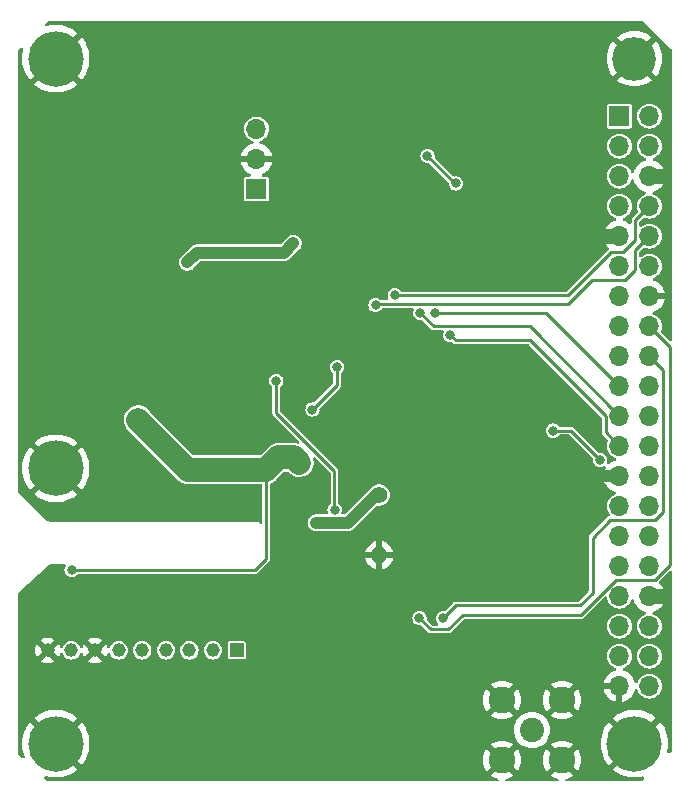
<source format=gbl>
%TF.GenerationSoftware,KiCad,Pcbnew,7.0.2-0*%
%TF.CreationDate,2024-05-08T20:56:10-07:00*%
%TF.ProjectId,RPi_interface,5250695f-696e-4746-9572-666163652e6b,1.1*%
%TF.SameCoordinates,Original*%
%TF.FileFunction,Copper,L4,Bot*%
%TF.FilePolarity,Positive*%
%FSLAX46Y46*%
G04 Gerber Fmt 4.6, Leading zero omitted, Abs format (unit mm)*
G04 Created by KiCad (PCBNEW 7.0.2-0) date 2024-05-08 20:56:10*
%MOMM*%
%LPD*%
G01*
G04 APERTURE LIST*
%TA.AperFunction,ComponentPad*%
%ADD10C,4.700000*%
%TD*%
%TA.AperFunction,ComponentPad*%
%ADD11R,1.150000X1.150000*%
%TD*%
%TA.AperFunction,ComponentPad*%
%ADD12C,1.150000*%
%TD*%
%TA.AperFunction,ComponentPad*%
%ADD13C,3.700000*%
%TD*%
%TA.AperFunction,ComponentPad*%
%ADD14C,1.400000*%
%TD*%
%TA.AperFunction,ComponentPad*%
%ADD15O,1.400000X1.400000*%
%TD*%
%TA.AperFunction,ComponentPad*%
%ADD16C,2.050000*%
%TD*%
%TA.AperFunction,ComponentPad*%
%ADD17C,2.250000*%
%TD*%
%TA.AperFunction,ComponentPad*%
%ADD18R,1.700000X1.700000*%
%TD*%
%TA.AperFunction,ComponentPad*%
%ADD19O,1.700000X1.700000*%
%TD*%
%TA.AperFunction,ViaPad*%
%ADD20C,0.800000*%
%TD*%
%TA.AperFunction,Conductor*%
%ADD21C,0.250000*%
%TD*%
%TA.AperFunction,Conductor*%
%ADD22C,1.270000*%
%TD*%
%TA.AperFunction,Conductor*%
%ADD23C,1.000000*%
%TD*%
%TA.AperFunction,Conductor*%
%ADD24C,2.000000*%
%TD*%
G04 APERTURE END LIST*
D10*
%TO.P,H5,1,1*%
%TO.N,GND*%
X93500000Y-86200000D03*
%TD*%
D11*
%TO.P,J2,1,1*%
%TO.N,TX*%
X108825000Y-101600000D03*
D12*
%TO.P,J2,2,2*%
%TO.N,RX*%
X106824999Y-101600000D03*
%TO.P,J2,3,3*%
%TO.N,ENAB_RPI*%
X104825000Y-101600000D03*
%TO.P,J2,4,4*%
%TO.N,RPI_RST*%
X102824999Y-101600000D03*
%TO.P,J2,5,5*%
%TO.N,PyCubed_AIN4*%
X100825001Y-101600000D03*
%TO.P,J2,6,6*%
%TO.N,PYCUBED_3V3*%
X98825000Y-101600000D03*
%TO.P,J2,7,7*%
%TO.N,GND*%
X96825001Y-101600000D03*
%TO.P,J2,8,8*%
%TO.N,VBATT*%
X94825000Y-101600000D03*
%TO.P,J2,9,9*%
%TO.N,GND*%
X92824999Y-101600000D03*
%TD*%
D13*
%TO.P,H2,1,1*%
%TO.N,GND*%
X142500000Y-51500000D03*
%TD*%
D10*
%TO.P,H4,1,1*%
%TO.N,GND*%
X142500000Y-109500000D03*
%TD*%
%TO.P,H1,1,1*%
%TO.N,GND*%
X93500000Y-51500000D03*
%TD*%
D14*
%TO.P,TH1,1*%
%TO.N,PyCubed_AIN4*%
X120900000Y-88460000D03*
D15*
%TO.P,TH1,2*%
%TO.N,GND*%
X120900000Y-93540000D03*
%TD*%
D10*
%TO.P,H3,1,1*%
%TO.N,GND*%
X93500000Y-109500000D03*
%TD*%
D16*
%TO.P,J4,1,In*%
%TO.N,Net-(J4-In)*%
X133830000Y-108335000D03*
D17*
%TO.P,J4,2,Ext*%
%TO.N,GND*%
X131290000Y-105795000D03*
X131290000Y-110875000D03*
X136370000Y-105795000D03*
X136370000Y-110875000D03*
%TD*%
D18*
%TO.P,J3,1,Pin_1*%
%TO.N,Net-(J3-Pin_1)*%
X110500000Y-62540000D03*
D19*
%TO.P,J3,2,Pin_2*%
%TO.N,GND*%
X110500000Y-60000000D03*
%TO.P,J3,3,Pin_3*%
%TO.N,unconnected-(J3-Pin_3-Pad3)*%
X110500000Y-57460000D03*
%TD*%
D18*
%TO.P,J1,1,Pin_1*%
%TO.N,+3V3*%
X141230000Y-56370000D03*
D19*
%TO.P,J1,2,Pin_2*%
%TO.N,5V*%
X143770000Y-56370000D03*
%TO.P,J1,3,Pin_3*%
%TO.N,unconnected-(J1-Pin_3-Pad3)*%
X141230000Y-58910000D03*
%TO.P,J1,4,Pin_4*%
%TO.N,5V*%
X143770000Y-58910000D03*
%TO.P,J1,5,Pin_5*%
%TO.N,unconnected-(J1-Pin_5-Pad5)*%
X141230000Y-61450000D03*
%TO.P,J1,6,Pin_6*%
%TO.N,GND*%
X143770000Y-61450000D03*
%TO.P,J1,7,Pin_7*%
%TO.N,unconnected-(J1-Pin_7-Pad7)*%
X141230000Y-63990000D03*
%TO.P,J1,8,Pin_8*%
%TO.N,TX*%
X143770000Y-63990000D03*
%TO.P,J1,9,Pin_9*%
%TO.N,GND*%
X141230000Y-66530000D03*
%TO.P,J1,10,Pin_10*%
%TO.N,RX*%
X143770000Y-66530000D03*
%TO.P,J1,11,Pin_11*%
%TO.N,unconnected-(J1-Pin_11-Pad11)*%
X141230000Y-69070000D03*
%TO.P,J1,12,Pin_12*%
%TO.N,unconnected-(J1-Pin_12-Pad12)*%
X143770000Y-69070000D03*
%TO.P,J1,13,Pin_13*%
%TO.N,ENAB_RF*%
X141230000Y-71610000D03*
%TO.P,J1,14,Pin_14*%
%TO.N,GND*%
X143770000Y-71610000D03*
%TO.P,J1,15,Pin_15*%
%TO.N,RF_RST*%
X141230000Y-74150000D03*
%TO.P,J1,16,Pin_16*%
%TO.N,RF_TX_EN*%
X143770000Y-74150000D03*
%TO.P,J1,17,Pin_17*%
%TO.N,unconnected-(J1-Pin_17-Pad17)*%
X141230000Y-76690000D03*
%TO.P,J1,18,Pin_18*%
%TO.N,RF_RX_EN*%
X143770000Y-76690000D03*
%TO.P,J1,19,Pin_19*%
%TO.N,MOSI*%
X141230000Y-79230000D03*
%TO.P,J1,20,Pin_20*%
%TO.N,GND*%
X143770000Y-79230000D03*
%TO.P,J1,21,Pin_21*%
%TO.N,MISO*%
X141230000Y-81770000D03*
%TO.P,J1,22,Pin_22*%
%TO.N,TCXO_EN*%
X143770000Y-81770000D03*
%TO.P,J1,23,Pin_23*%
%TO.N,SCLK*%
X141230000Y-84310000D03*
%TO.P,J1,24,Pin_24*%
%TO.N,unconnected-(J1-Pin_24-Pad24)*%
X143770000Y-84310000D03*
%TO.P,J1,25,Pin_25*%
%TO.N,GND*%
X141230000Y-86850000D03*
%TO.P,J1,26,Pin_26*%
%TO.N,unconnected-(J1-Pin_26-Pad26)*%
X143770000Y-86850000D03*
%TO.P,J1,27,Pin_27*%
%TO.N,unconnected-(J1-Pin_27-Pad27)*%
X141230000Y-89390000D03*
%TO.P,J1,28,Pin_28*%
%TO.N,unconnected-(J1-Pin_28-Pad28)*%
X143770000Y-89390000D03*
%TO.P,J1,29,Pin_29*%
%TO.N,RF_CS*%
X141230000Y-91930000D03*
%TO.P,J1,30,Pin_30*%
%TO.N,GND*%
X143770000Y-91930000D03*
%TO.P,J1,31,Pin_31*%
%TO.N,unconnected-(J1-Pin_31-Pad31)*%
X141230000Y-94470000D03*
%TO.P,J1,32,Pin_32*%
%TO.N,unconnected-(J1-Pin_32-Pad32)*%
X143770000Y-94470000D03*
%TO.P,J1,33,Pin_33*%
%TO.N,unconnected-(J1-Pin_33-Pad33)*%
X141230000Y-97010000D03*
%TO.P,J1,34,Pin_34*%
%TO.N,GND*%
X143770000Y-97010000D03*
%TO.P,J1,35,Pin_35*%
%TO.N,RF_IO1*%
X141230000Y-99550000D03*
%TO.P,J1,36,Pin_36*%
%TO.N,unconnected-(J1-Pin_36-Pad36)*%
X143770000Y-99550000D03*
%TO.P,J1,37,Pin_37*%
%TO.N,RF_BUSY*%
X141230000Y-102090000D03*
%TO.P,J1,38,Pin_38*%
%TO.N,RF_IO2*%
X143770000Y-102090000D03*
%TO.P,J1,39,Pin_39*%
%TO.N,GND*%
X141230000Y-104630000D03*
%TO.P,J1,40,Pin_40*%
%TO.N,RF_IO3*%
X143770000Y-104630000D03*
%TD*%
D20*
%TO.N,GND*%
X109010000Y-83625000D03*
X131175000Y-64800000D03*
X98160000Y-99120000D03*
X130135000Y-88410000D03*
X129185000Y-88410000D03*
X117375000Y-59150000D03*
X91598000Y-105730000D03*
X129185000Y-89285000D03*
X106686341Y-77163659D03*
X98160000Y-100020000D03*
X93523000Y-103980000D03*
X95423000Y-104855000D03*
X95423000Y-105730000D03*
X107561341Y-74288659D03*
X132050000Y-64800000D03*
X131085000Y-89285000D03*
X93430000Y-97080000D03*
X93523000Y-105730000D03*
X92530000Y-97980000D03*
X109885000Y-83625000D03*
X131175000Y-63850000D03*
X130350000Y-54125000D03*
X107561341Y-75238659D03*
X105811341Y-74288659D03*
X138900000Y-68250000D03*
X126300000Y-55325000D03*
X125425000Y-54375000D03*
X117636341Y-82013659D03*
X92573000Y-103980000D03*
X110325000Y-79000000D03*
X124550000Y-54375000D03*
X124550000Y-52450000D03*
X106686341Y-74288659D03*
X94473000Y-103980000D03*
X98160000Y-98220000D03*
X92573000Y-105730000D03*
X132925000Y-63850000D03*
X97260000Y-99120000D03*
X132050000Y-63850000D03*
X131300000Y-54125000D03*
X132250000Y-55000000D03*
X130135000Y-89285000D03*
X117375000Y-60100000D03*
X131085000Y-88410000D03*
X126300000Y-52450000D03*
X98298000Y-104855000D03*
X98298000Y-105730000D03*
X109450000Y-79950000D03*
X129185000Y-90160000D03*
X97348000Y-104855000D03*
X133225000Y-55875000D03*
X119725000Y-67600000D03*
X120600000Y-67600000D03*
X125425000Y-52450000D03*
X110325000Y-79950000D03*
X108575000Y-79950000D03*
X132250000Y-55875000D03*
X96398000Y-103980000D03*
X97260000Y-100020000D03*
X96398000Y-105730000D03*
X97348000Y-103980000D03*
X105811341Y-77163659D03*
X107561341Y-77163659D03*
X91630000Y-97980000D03*
X99650000Y-85675000D03*
X92573000Y-104855000D03*
X130350000Y-55875000D03*
X131085000Y-90160000D03*
X98775000Y-84725000D03*
X120600000Y-66650000D03*
X99650000Y-84725000D03*
X130350000Y-55000000D03*
X126300000Y-54375000D03*
X91598000Y-103980000D03*
X107561341Y-76188659D03*
X116500000Y-60100000D03*
X110760000Y-83625000D03*
X109010000Y-84600000D03*
X91630000Y-97080000D03*
X121475000Y-66650000D03*
X110760000Y-84600000D03*
X93430000Y-97980000D03*
X130135000Y-90160000D03*
X131300000Y-55875000D03*
X105811341Y-75238659D03*
X92530000Y-97080000D03*
X119725000Y-66650000D03*
X124550000Y-55325000D03*
X109450000Y-79000000D03*
X109885000Y-84600000D03*
X126300000Y-53425000D03*
X106686341Y-75238659D03*
X133225000Y-54125000D03*
X108575000Y-79000000D03*
X94473000Y-105730000D03*
X93523000Y-104855000D03*
X94473000Y-104855000D03*
X132925000Y-64800000D03*
X125425000Y-55325000D03*
X105811341Y-76188659D03*
X124550000Y-53425000D03*
X91598000Y-104855000D03*
X97348000Y-105730000D03*
X125425000Y-53425000D03*
X131300000Y-55000000D03*
X106686341Y-76188659D03*
X115625000Y-60100000D03*
X132060000Y-90160000D03*
X96398000Y-104855000D03*
X98775000Y-85675000D03*
X132060000Y-88410000D03*
X97260000Y-98220000D03*
X132060000Y-89285000D03*
X121475000Y-67600000D03*
X116500000Y-59150000D03*
X115625000Y-59150000D03*
X95423000Y-103980000D03*
X98298000Y-103980000D03*
X132250000Y-54125000D03*
X133225000Y-55000000D03*
X117636341Y-80013659D03*
%TO.N,5V*%
X100961341Y-81788659D03*
X113236341Y-84813659D03*
X94850000Y-94800000D03*
X114136341Y-85713659D03*
X101511341Y-82688659D03*
X112286341Y-84813659D03*
X100011341Y-81788659D03*
X100561341Y-82688659D03*
X113186341Y-85713659D03*
%TO.N,VBATT*%
X112830000Y-67930000D03*
X105442500Y-67957500D03*
X113630000Y-67130000D03*
X104642500Y-68757500D03*
%TO.N,Net-(U1-VREG5)*%
X115236341Y-81213659D03*
X117336341Y-77613659D03*
%TO.N,TX*%
X122200000Y-71550000D03*
%TO.N,RX*%
X120579480Y-72374156D03*
%TO.N,RF_TX_EN*%
X124300000Y-98875000D03*
%TO.N,RF_RX_EN*%
X126300000Y-98875000D03*
%TO.N,MOSI*%
X125625000Y-73025000D03*
%TO.N,MISO*%
X124360000Y-73010000D03*
%TO.N,TCXO_EN*%
X127375000Y-62075000D03*
X124975000Y-59725000D03*
%TO.N,SCLK*%
X126900000Y-74900000D03*
%TO.N,RF_CS*%
X139600000Y-85475000D03*
X135600500Y-83000000D03*
%TO.N,PyCubed_AIN4*%
X115525000Y-90800000D03*
%TO.N,ENAB_RPI*%
X112179541Y-78790000D03*
X117112299Y-89687299D03*
%TD*%
D21*
%TO.N,5V*%
X94850000Y-94800000D02*
X94887500Y-94837500D01*
X94887500Y-94837500D02*
X110337500Y-94837500D01*
X110337500Y-94837500D02*
X111322742Y-93852258D01*
X111322742Y-93852258D02*
X111322742Y-86300000D01*
D22*
%TO.N,GND*%
X143770000Y-97010000D02*
X144910000Y-97010000D01*
X143770000Y-61450000D02*
X144900000Y-61450000D01*
D23*
X141230000Y-86850000D02*
X138825000Y-86850000D01*
D22*
X141230000Y-66530000D02*
X139680000Y-66530000D01*
D24*
%TO.N,5V*%
X104672682Y-86300000D02*
X100486341Y-82113659D01*
X112360000Y-85262742D02*
X113685424Y-85262742D01*
X111322742Y-86300000D02*
X112360000Y-85262742D01*
X100486341Y-82113659D02*
X100486341Y-82063659D01*
X113685424Y-85262742D02*
X114136341Y-85713659D01*
X111322742Y-86300000D02*
X104672682Y-86300000D01*
D23*
%TO.N,VBATT*%
X105470000Y-67930000D02*
X105442500Y-67957500D01*
X112830000Y-67930000D02*
X113630000Y-67130000D01*
X112830000Y-67930000D02*
X105470000Y-67930000D01*
X104642500Y-68757500D02*
X105442500Y-67957500D01*
D21*
%TO.N,Net-(U1-VREG5)*%
X117336341Y-77613659D02*
X117336341Y-79113659D01*
X117336341Y-79113659D02*
X115236341Y-81213659D01*
%TO.N,TX*%
X142585000Y-66836701D02*
X142585000Y-65175000D01*
X141526701Y-67895000D02*
X142585000Y-66836701D01*
X136875000Y-71550000D02*
X140530000Y-67895000D01*
X122200000Y-71550000D02*
X136875000Y-71550000D01*
X140530000Y-67895000D02*
X141526701Y-67895000D01*
X142585000Y-65175000D02*
X143770000Y-63990000D01*
%TO.N,RX*%
X120579480Y-72374156D02*
X120678636Y-72275000D01*
X142575000Y-67725000D02*
X143770000Y-66530000D01*
X136905000Y-72275000D02*
X138935000Y-70245000D01*
X138935000Y-70245000D02*
X141716701Y-70245000D01*
X141716701Y-70245000D02*
X142575000Y-69386701D01*
X120678636Y-72275000D02*
X136905000Y-72275000D01*
X142575000Y-69386701D02*
X142575000Y-67725000D01*
%TO.N,RF_TX_EN*%
X124300000Y-98875000D02*
X125250000Y-99825000D01*
X144256701Y-95645000D02*
X145550000Y-94351701D01*
X125250000Y-99825000D02*
X126750000Y-99825000D01*
X140933299Y-95645000D02*
X144256701Y-95645000D01*
X145550000Y-75930000D02*
X143770000Y-74150000D01*
X126750000Y-99825000D02*
X127975000Y-98600000D01*
X145550000Y-94351701D02*
X145550000Y-75930000D01*
X127975000Y-98600000D02*
X137978299Y-98600000D01*
X137978299Y-98600000D02*
X140933299Y-95645000D01*
%TO.N,RF_RX_EN*%
X138950000Y-96725000D02*
X138950000Y-92050000D01*
X137875000Y-97800000D02*
X138950000Y-96725000D01*
X138950000Y-92050000D02*
X140435000Y-90565000D01*
X144945000Y-77865000D02*
X143770000Y-76690000D01*
X127375000Y-97800000D02*
X137875000Y-97800000D01*
X144945000Y-89876701D02*
X144945000Y-77865000D01*
X126300000Y-98875000D02*
X127375000Y-97800000D01*
X144256701Y-90565000D02*
X144945000Y-89876701D01*
X140435000Y-90565000D02*
X144256701Y-90565000D01*
%TO.N,MOSI*%
X125625000Y-73025000D02*
X135025000Y-73025000D01*
X135025000Y-73025000D02*
X141230000Y-79230000D01*
%TO.N,MISO*%
X133635000Y-74175000D02*
X141230000Y-81770000D01*
X125525000Y-74175000D02*
X133635000Y-74175000D01*
X124360000Y-73010000D02*
X125525000Y-74175000D01*
%TO.N,TCXO_EN*%
X127325000Y-62075000D02*
X124975000Y-59725000D01*
X127375000Y-62075000D02*
X127325000Y-62075000D01*
%TO.N,SCLK*%
X140055000Y-81730000D02*
X140055000Y-83155000D01*
X126900000Y-74900000D02*
X127350000Y-75350000D01*
X133675000Y-75350000D02*
X140055000Y-81730000D01*
X140055000Y-83155000D02*
X141210000Y-84310000D01*
X141210000Y-84310000D02*
X141230000Y-84310000D01*
X127350000Y-75350000D02*
X133675000Y-75350000D01*
%TO.N,RF_CS*%
X137125000Y-83000000D02*
X139600000Y-85475000D01*
X135600500Y-83000000D02*
X137125000Y-83000000D01*
D23*
%TO.N,PyCubed_AIN4*%
X115525000Y-90800000D02*
X118275000Y-90800000D01*
X120615000Y-88460000D02*
X120900000Y-88460000D01*
X118275000Y-90800000D02*
X120615000Y-88460000D01*
D21*
%TO.N,ENAB_RPI*%
X117112299Y-89687299D02*
X117100000Y-89675000D01*
X112179541Y-81506859D02*
X112179541Y-78790000D01*
X117100000Y-89675000D02*
X117100000Y-86427318D01*
X117100000Y-86427318D02*
X112179541Y-81506859D01*
%TD*%
%TA.AperFunction,Conductor*%
%TO.N,GND*%
G36*
X143003471Y-48300695D02*
G01*
X143015968Y-48301396D01*
X143167007Y-48309879D01*
X143232835Y-48333290D01*
X143247347Y-48345616D01*
X143544536Y-48640198D01*
X145605359Y-50682944D01*
X145652354Y-50729526D01*
X145686109Y-50790701D01*
X145688865Y-50810640D01*
X145699305Y-50996527D01*
X145699500Y-51003480D01*
X145699500Y-75319812D01*
X145679815Y-75386851D01*
X145627011Y-75432606D01*
X145557853Y-75442550D01*
X145494297Y-75413525D01*
X145487819Y-75407493D01*
X144771613Y-74691287D01*
X144738128Y-74629964D01*
X144742705Y-74565951D01*
X144741686Y-74565642D01*
X144743049Y-74561147D01*
X144743112Y-74560272D01*
X144743730Y-74558901D01*
X144745228Y-74553959D01*
X144745232Y-74553954D01*
X144805300Y-74355934D01*
X144825583Y-74150000D01*
X144805300Y-73944066D01*
X144745232Y-73746046D01*
X144647685Y-73563550D01*
X144544881Y-73438282D01*
X144516410Y-73403589D01*
X144405830Y-73312840D01*
X144356450Y-73272315D01*
X144332879Y-73259716D01*
X144173953Y-73174767D01*
X144107447Y-73154593D01*
X144049009Y-73116296D01*
X144020552Y-73052483D01*
X144031113Y-72983416D01*
X144077338Y-72931023D01*
X144111350Y-72916158D01*
X144233491Y-72883430D01*
X144447576Y-72783600D01*
X144641081Y-72648106D01*
X144808106Y-72481081D01*
X144943600Y-72287576D01*
X145043430Y-72073492D01*
X145100636Y-71860000D01*
X144203686Y-71860000D01*
X144229493Y-71819844D01*
X144270000Y-71681889D01*
X144270000Y-71538111D01*
X144229493Y-71400156D01*
X144203686Y-71360000D01*
X145100636Y-71360000D01*
X145100635Y-71359999D01*
X145043430Y-71146507D01*
X144943599Y-70932421D01*
X144808109Y-70738921D01*
X144641081Y-70571893D01*
X144447576Y-70436399D01*
X144233492Y-70336569D01*
X144111349Y-70303841D01*
X144051689Y-70267476D01*
X144021160Y-70204629D01*
X144029455Y-70135253D01*
X144073940Y-70081375D01*
X144107444Y-70065407D01*
X144173954Y-70045232D01*
X144356450Y-69947685D01*
X144516410Y-69816410D01*
X144647685Y-69656450D01*
X144745232Y-69473954D01*
X144805300Y-69275934D01*
X144825583Y-69070000D01*
X144805300Y-68864066D01*
X144745232Y-68666046D01*
X144647685Y-68483550D01*
X144572916Y-68392443D01*
X144516410Y-68323589D01*
X144392597Y-68221980D01*
X144356450Y-68192315D01*
X144173954Y-68094768D01*
X144074944Y-68064733D01*
X143975932Y-68034699D01*
X143792497Y-68016632D01*
X143770000Y-68014417D01*
X143769999Y-68014417D01*
X143564067Y-68034699D01*
X143366043Y-68094769D01*
X143183551Y-68192314D01*
X143103164Y-68258285D01*
X143038854Y-68285597D01*
X142969986Y-68273805D01*
X142918427Y-68226653D01*
X142900500Y-68162431D01*
X142900500Y-67911188D01*
X142920185Y-67844149D01*
X142936819Y-67823507D01*
X143081610Y-67678716D01*
X143228714Y-67531611D01*
X143290035Y-67498128D01*
X143354048Y-67502705D01*
X143354358Y-67501686D01*
X143358853Y-67503049D01*
X143359726Y-67503112D01*
X143361093Y-67503729D01*
X143366043Y-67505230D01*
X143366046Y-67505232D01*
X143564066Y-67565300D01*
X143770000Y-67585583D01*
X143975934Y-67565300D01*
X144173954Y-67505232D01*
X144356450Y-67407685D01*
X144516410Y-67276410D01*
X144647685Y-67116450D01*
X144745232Y-66933954D01*
X144805300Y-66735934D01*
X144825583Y-66530000D01*
X144805300Y-66324066D01*
X144745232Y-66126046D01*
X144647685Y-65943550D01*
X144572898Y-65852421D01*
X144516410Y-65783589D01*
X144364499Y-65658921D01*
X144356450Y-65652315D01*
X144173954Y-65554768D01*
X144074944Y-65524733D01*
X143975932Y-65494699D01*
X143770000Y-65474417D01*
X143564067Y-65494699D01*
X143366043Y-65554769D01*
X143183551Y-65652314D01*
X143113164Y-65710079D01*
X143048854Y-65737391D01*
X142979987Y-65725600D01*
X142928427Y-65678447D01*
X142910500Y-65614225D01*
X142910500Y-65361187D01*
X142930185Y-65294148D01*
X142946815Y-65273510D01*
X143228714Y-64991610D01*
X143290035Y-64958127D01*
X143354049Y-64962705D01*
X143354359Y-64961686D01*
X143358850Y-64963048D01*
X143359726Y-64963111D01*
X143361097Y-64963730D01*
X143366042Y-64965230D01*
X143366046Y-64965232D01*
X143564066Y-65025300D01*
X143770000Y-65045583D01*
X143975934Y-65025300D01*
X144173954Y-64965232D01*
X144356450Y-64867685D01*
X144516410Y-64736410D01*
X144647685Y-64576450D01*
X144745232Y-64393954D01*
X144805300Y-64195934D01*
X144825583Y-63990000D01*
X144805300Y-63784066D01*
X144745232Y-63586046D01*
X144647685Y-63403550D01*
X144582047Y-63323569D01*
X144516410Y-63243589D01*
X144418952Y-63163608D01*
X144356450Y-63112315D01*
X144332879Y-63099715D01*
X144173953Y-63014767D01*
X144107447Y-62994593D01*
X144049009Y-62956296D01*
X144020552Y-62892483D01*
X144031113Y-62823416D01*
X144077338Y-62771023D01*
X144111350Y-62756158D01*
X144233491Y-62723430D01*
X144447576Y-62623600D01*
X144641081Y-62488106D01*
X144808106Y-62321081D01*
X144943600Y-62127576D01*
X145043430Y-61913492D01*
X145100636Y-61700000D01*
X144203686Y-61700000D01*
X144229493Y-61659844D01*
X144270000Y-61521889D01*
X144270000Y-61378111D01*
X144229493Y-61240156D01*
X144203686Y-61200000D01*
X145100636Y-61200000D01*
X145100635Y-61199999D01*
X145043430Y-60986507D01*
X144943599Y-60772421D01*
X144808109Y-60578921D01*
X144641081Y-60411893D01*
X144447576Y-60276399D01*
X144233492Y-60176569D01*
X144111349Y-60143841D01*
X144051689Y-60107476D01*
X144021160Y-60044629D01*
X144029455Y-59975253D01*
X144073940Y-59921375D01*
X144107444Y-59905407D01*
X144173954Y-59885232D01*
X144356450Y-59787685D01*
X144516410Y-59656410D01*
X144647685Y-59496450D01*
X144745232Y-59313954D01*
X144805300Y-59115934D01*
X144825583Y-58910000D01*
X144805300Y-58704066D01*
X144745232Y-58506046D01*
X144647685Y-58323550D01*
X144582047Y-58243570D01*
X144516410Y-58163589D01*
X144418952Y-58083609D01*
X144356450Y-58032315D01*
X144173954Y-57934768D01*
X144074944Y-57904733D01*
X143975932Y-57874699D01*
X143792497Y-57856632D01*
X143770000Y-57854417D01*
X143769999Y-57854417D01*
X143564067Y-57874699D01*
X143366043Y-57934769D01*
X143183551Y-58032314D01*
X143023589Y-58163589D01*
X142892314Y-58323551D01*
X142794769Y-58506043D01*
X142734699Y-58704067D01*
X142714417Y-58910000D01*
X142734699Y-59115932D01*
X142741987Y-59139956D01*
X142794768Y-59313954D01*
X142892315Y-59496450D01*
X142925189Y-59536507D01*
X143023589Y-59656410D01*
X143103569Y-59722047D01*
X143183550Y-59787685D01*
X143366046Y-59885232D01*
X143432553Y-59905406D01*
X143490990Y-59943703D01*
X143519446Y-60007515D01*
X143508886Y-60076582D01*
X143462662Y-60128975D01*
X143428650Y-60143841D01*
X143306507Y-60176569D01*
X143092421Y-60276400D01*
X142898921Y-60411890D01*
X142731890Y-60578921D01*
X142596400Y-60772421D01*
X142496569Y-60986507D01*
X142463841Y-61108650D01*
X142427476Y-61168310D01*
X142364628Y-61198839D01*
X142295253Y-61190544D01*
X142241375Y-61146059D01*
X142225407Y-61112555D01*
X142205232Y-61046046D01*
X142107685Y-60863550D01*
X142032898Y-60772421D01*
X141976410Y-60703589D01*
X141824499Y-60578921D01*
X141816450Y-60572315D01*
X141633954Y-60474768D01*
X141534944Y-60444733D01*
X141435932Y-60414699D01*
X141230000Y-60394417D01*
X141024067Y-60414699D01*
X140826043Y-60474769D01*
X140643551Y-60572314D01*
X140483589Y-60703589D01*
X140352314Y-60863551D01*
X140254769Y-61046043D01*
X140194699Y-61244067D01*
X140174417Y-61449999D01*
X140194699Y-61655932D01*
X140194700Y-61655934D01*
X140254768Y-61853954D01*
X140352315Y-62036450D01*
X140383950Y-62074997D01*
X140483589Y-62196410D01*
X140563570Y-62262047D01*
X140643550Y-62327685D01*
X140826046Y-62425232D01*
X141024066Y-62485300D01*
X141230000Y-62505583D01*
X141435934Y-62485300D01*
X141633954Y-62425232D01*
X141816450Y-62327685D01*
X141976410Y-62196410D01*
X142107685Y-62036450D01*
X142205232Y-61853954D01*
X142225406Y-61787446D01*
X142263702Y-61729010D01*
X142327514Y-61700553D01*
X142396581Y-61711112D01*
X142448975Y-61757336D01*
X142463841Y-61791349D01*
X142496569Y-61913492D01*
X142596399Y-62127576D01*
X142731893Y-62321081D01*
X142898918Y-62488106D01*
X143092423Y-62623600D01*
X143306508Y-62723430D01*
X143428649Y-62756158D01*
X143488310Y-62792523D01*
X143518839Y-62855370D01*
X143510544Y-62924745D01*
X143466059Y-62978623D01*
X143432552Y-62994593D01*
X143366047Y-63014767D01*
X143183551Y-63112314D01*
X143023589Y-63243589D01*
X142892314Y-63403551D01*
X142794769Y-63586043D01*
X142734699Y-63784067D01*
X142714417Y-63990000D01*
X142734699Y-64195932D01*
X142798313Y-64405641D01*
X142794569Y-64406776D01*
X142804300Y-64453604D01*
X142779275Y-64518838D01*
X142768385Y-64531287D01*
X142368714Y-64930958D01*
X142360741Y-64938264D01*
X142331806Y-64962544D01*
X142312914Y-64995264D01*
X142307106Y-65004380D01*
X142284831Y-65036193D01*
X142274597Y-65060899D01*
X142267852Y-65099148D01*
X142265512Y-65109704D01*
X142255735Y-65146191D01*
X142259028Y-65183817D01*
X142259500Y-65194626D01*
X142259500Y-65364616D01*
X142239815Y-65431655D01*
X142187011Y-65477410D01*
X142117853Y-65487354D01*
X142064377Y-65466191D01*
X141907579Y-65356400D01*
X141693492Y-65256569D01*
X141571349Y-65223841D01*
X141511689Y-65187476D01*
X141481160Y-65124629D01*
X141489455Y-65055253D01*
X141533940Y-65001375D01*
X141567444Y-64985407D01*
X141633954Y-64965232D01*
X141816450Y-64867685D01*
X141976410Y-64736410D01*
X142107685Y-64576450D01*
X142205232Y-64393954D01*
X142265300Y-64195934D01*
X142285583Y-63990000D01*
X142265300Y-63784066D01*
X142205232Y-63586046D01*
X142107685Y-63403550D01*
X142042047Y-63323569D01*
X141976410Y-63243589D01*
X141878952Y-63163609D01*
X141816450Y-63112315D01*
X141633954Y-63014768D01*
X141534944Y-62984733D01*
X141435932Y-62954699D01*
X141230000Y-62934417D01*
X141024067Y-62954699D01*
X140848692Y-63007898D01*
X140826050Y-63014767D01*
X140826043Y-63014769D01*
X140643551Y-63112314D01*
X140483589Y-63243589D01*
X140352314Y-63403551D01*
X140254769Y-63586043D01*
X140194699Y-63784067D01*
X140174417Y-63990000D01*
X140194699Y-64195932D01*
X140194700Y-64195934D01*
X140254768Y-64393954D01*
X140352315Y-64576450D01*
X140403609Y-64638952D01*
X140483589Y-64736410D01*
X140563570Y-64802047D01*
X140643550Y-64867685D01*
X140826046Y-64965232D01*
X140892553Y-64985406D01*
X140950990Y-65023703D01*
X140979446Y-65087515D01*
X140968886Y-65156582D01*
X140922662Y-65208975D01*
X140888650Y-65223841D01*
X140766507Y-65256569D01*
X140552421Y-65356400D01*
X140358921Y-65491890D01*
X140191890Y-65658921D01*
X140056400Y-65852421D01*
X139956569Y-66066507D01*
X139899364Y-66279999D01*
X139899364Y-66280000D01*
X140796314Y-66280000D01*
X140770507Y-66320156D01*
X140730000Y-66458111D01*
X140730000Y-66601889D01*
X140770507Y-66739844D01*
X140796314Y-66780000D01*
X139899364Y-66780000D01*
X139956569Y-66993492D01*
X140056399Y-67207576D01*
X140191893Y-67401081D01*
X140289702Y-67498890D01*
X140323187Y-67560213D01*
X140318203Y-67629905D01*
X140297008Y-67666280D01*
X140293262Y-67670744D01*
X140285956Y-67678716D01*
X136776493Y-71188181D01*
X136715170Y-71221666D01*
X136688812Y-71224500D01*
X122768299Y-71224500D01*
X122701260Y-71204815D01*
X122669923Y-71175986D01*
X122628281Y-71121717D01*
X122502840Y-71025463D01*
X122356762Y-70964956D01*
X122199999Y-70944317D01*
X122043237Y-70964956D01*
X121897159Y-71025463D01*
X121771717Y-71121717D01*
X121675463Y-71247159D01*
X121614956Y-71393237D01*
X121594317Y-71550000D01*
X121614956Y-71706762D01*
X121644483Y-71778048D01*
X121651952Y-71847518D01*
X121620676Y-71909997D01*
X121560587Y-71945648D01*
X121529922Y-71949500D01*
X121054580Y-71949500D01*
X120987541Y-71929815D01*
X120979094Y-71923876D01*
X120882320Y-71849619D01*
X120736242Y-71789112D01*
X120579480Y-71768473D01*
X120422717Y-71789112D01*
X120276639Y-71849619D01*
X120151197Y-71945873D01*
X120054943Y-72071315D01*
X119994436Y-72217393D01*
X119973797Y-72374155D01*
X119994436Y-72530918D01*
X120054943Y-72676996D01*
X120151197Y-72802438D01*
X120217402Y-72853238D01*
X120276639Y-72898692D01*
X120422718Y-72959200D01*
X120579480Y-72979838D01*
X120736242Y-72959200D01*
X120882321Y-72898692D01*
X121007762Y-72802438D01*
X121104016Y-72676997D01*
X121104015Y-72676997D01*
X121113954Y-72664046D01*
X121114274Y-72664291D01*
X121147833Y-72622646D01*
X121214127Y-72600579D01*
X121218556Y-72600500D01*
X123694065Y-72600500D01*
X123761104Y-72620185D01*
X123806859Y-72672989D01*
X123816803Y-72742147D01*
X123808627Y-72771948D01*
X123803801Y-72783600D01*
X123774955Y-72853239D01*
X123754317Y-73010000D01*
X123774956Y-73166762D01*
X123835463Y-73312840D01*
X123931717Y-73438282D01*
X123951266Y-73453282D01*
X124057159Y-73534536D01*
X124203238Y-73595044D01*
X124339360Y-73612964D01*
X124359999Y-73615682D01*
X124359999Y-73615681D01*
X124360000Y-73615682D01*
X124427818Y-73606753D01*
X124496853Y-73617518D01*
X124531685Y-73642011D01*
X125280950Y-74391276D01*
X125288258Y-74399250D01*
X125312545Y-74428194D01*
X125336594Y-74442079D01*
X125345256Y-74447080D01*
X125354379Y-74452892D01*
X125385316Y-74474554D01*
X125385317Y-74474554D01*
X125386198Y-74475171D01*
X125410891Y-74485400D01*
X125411954Y-74485587D01*
X125411955Y-74485588D01*
X125449143Y-74492145D01*
X125459701Y-74494485D01*
X125496193Y-74504264D01*
X125533823Y-74500971D01*
X125544630Y-74500500D01*
X126229922Y-74500500D01*
X126296961Y-74520185D01*
X126342716Y-74572989D01*
X126352660Y-74642147D01*
X126344483Y-74671952D01*
X126314956Y-74743237D01*
X126294317Y-74900000D01*
X126314956Y-75056762D01*
X126375463Y-75202840D01*
X126471717Y-75328282D01*
X126574948Y-75407493D01*
X126597159Y-75424536D01*
X126743238Y-75485044D01*
X126879360Y-75502964D01*
X126899999Y-75505682D01*
X126899999Y-75505681D01*
X126900000Y-75505682D01*
X126967818Y-75496753D01*
X127036853Y-75507518D01*
X127071685Y-75532011D01*
X127105950Y-75566276D01*
X127113258Y-75574250D01*
X127137545Y-75603194D01*
X127161594Y-75617079D01*
X127170256Y-75622080D01*
X127179379Y-75627892D01*
X127210316Y-75649554D01*
X127210317Y-75649554D01*
X127211198Y-75650171D01*
X127235891Y-75660400D01*
X127236954Y-75660587D01*
X127236955Y-75660588D01*
X127274146Y-75667145D01*
X127284704Y-75669486D01*
X127321191Y-75679263D01*
X127321192Y-75679262D01*
X127321193Y-75679263D01*
X127358811Y-75675971D01*
X127369618Y-75675500D01*
X133488812Y-75675500D01*
X133555851Y-75695185D01*
X133576493Y-75711819D01*
X139693181Y-81828507D01*
X139726666Y-81889830D01*
X139729500Y-81916188D01*
X139729500Y-83135372D01*
X139729028Y-83146180D01*
X139725735Y-83183807D01*
X139735512Y-83220296D01*
X139737853Y-83230852D01*
X139744599Y-83269107D01*
X139754829Y-83293803D01*
X139755446Y-83294684D01*
X139777112Y-83325627D01*
X139782915Y-83334736D01*
X139798552Y-83361819D01*
X139801806Y-83367455D01*
X139823928Y-83386018D01*
X139830742Y-83391735D01*
X139838718Y-83399044D01*
X140223382Y-83783708D01*
X140256867Y-83845031D01*
X140254362Y-83907384D01*
X140194699Y-84104067D01*
X140174417Y-84310000D01*
X140194699Y-84515932D01*
X140194700Y-84515934D01*
X140254768Y-84713954D01*
X140352315Y-84896450D01*
X140396642Y-84950463D01*
X140483589Y-85056410D01*
X140549883Y-85110815D01*
X140643550Y-85187685D01*
X140826046Y-85285232D01*
X140892553Y-85305406D01*
X140950990Y-85343703D01*
X140979446Y-85407515D01*
X140968886Y-85476582D01*
X140922662Y-85528975D01*
X140888650Y-85543841D01*
X140766507Y-85576569D01*
X140552421Y-85676400D01*
X140357405Y-85812952D01*
X140291199Y-85835279D01*
X140223432Y-85818269D01*
X140175619Y-85767321D01*
X140162941Y-85698611D01*
X140171718Y-85663932D01*
X140185044Y-85631762D01*
X140205682Y-85475000D01*
X140185044Y-85318238D01*
X140124536Y-85172159D01*
X140086513Y-85122606D01*
X140028282Y-85046717D01*
X139902840Y-84950463D01*
X139756762Y-84889956D01*
X139599999Y-84869317D01*
X139532180Y-84878246D01*
X139463144Y-84867480D01*
X139428314Y-84842988D01*
X137369043Y-82783717D01*
X137361734Y-82775741D01*
X137337454Y-82746805D01*
X137304736Y-82727915D01*
X137295627Y-82722112D01*
X137264684Y-82700446D01*
X137263803Y-82699829D01*
X137239107Y-82689599D01*
X137200852Y-82682853D01*
X137190296Y-82680512D01*
X137153807Y-82670735D01*
X137116180Y-82674028D01*
X137105372Y-82674500D01*
X136168799Y-82674500D01*
X136101760Y-82654815D01*
X136070423Y-82625986D01*
X136028782Y-82571718D01*
X136021938Y-82566466D01*
X135903340Y-82475463D01*
X135757262Y-82414956D01*
X135600500Y-82394317D01*
X135443737Y-82414956D01*
X135297659Y-82475463D01*
X135172217Y-82571717D01*
X135075963Y-82697159D01*
X135015456Y-82843237D01*
X134994817Y-82999999D01*
X135015456Y-83156762D01*
X135075963Y-83302840D01*
X135172217Y-83428282D01*
X135277094Y-83508756D01*
X135297659Y-83524536D01*
X135443738Y-83585044D01*
X135600500Y-83605682D01*
X135757262Y-83585044D01*
X135903341Y-83524536D01*
X136028782Y-83428282D01*
X136070423Y-83374013D01*
X136126850Y-83332811D01*
X136168799Y-83325500D01*
X136938812Y-83325500D01*
X137005851Y-83345185D01*
X137026493Y-83361819D01*
X138967988Y-85303314D01*
X139001473Y-85364637D01*
X139003246Y-85407180D01*
X138994317Y-85474999D01*
X139014956Y-85631762D01*
X139075463Y-85777840D01*
X139171717Y-85903282D01*
X139261684Y-85972315D01*
X139297159Y-85999536D01*
X139443238Y-86060044D01*
X139600000Y-86080682D01*
X139756762Y-86060044D01*
X139898486Y-86001339D01*
X139967953Y-85993871D01*
X140030433Y-86025146D01*
X140066085Y-86085235D01*
X140063591Y-86155060D01*
X140058319Y-86168306D01*
X139956569Y-86386507D01*
X139899364Y-86599999D01*
X139899364Y-86600000D01*
X140796314Y-86600000D01*
X140770507Y-86640156D01*
X140730000Y-86778111D01*
X140730000Y-86921889D01*
X140770507Y-87059844D01*
X140796314Y-87100000D01*
X139899364Y-87100000D01*
X139956569Y-87313492D01*
X140056399Y-87527576D01*
X140191893Y-87721081D01*
X140358918Y-87888106D01*
X140552423Y-88023600D01*
X140766508Y-88123430D01*
X140888649Y-88156158D01*
X140948310Y-88192523D01*
X140978839Y-88255370D01*
X140970544Y-88324745D01*
X140926059Y-88378623D01*
X140892552Y-88394593D01*
X140826047Y-88414767D01*
X140643551Y-88512314D01*
X140483589Y-88643589D01*
X140352314Y-88803551D01*
X140254769Y-88986043D01*
X140194699Y-89184067D01*
X140174417Y-89389999D01*
X140194699Y-89595932D01*
X140254769Y-89793956D01*
X140352314Y-89976449D01*
X140413205Y-90050645D01*
X140440518Y-90114955D01*
X140428727Y-90183823D01*
X140381575Y-90235383D01*
X140338889Y-90251425D01*
X140320901Y-90254597D01*
X140296192Y-90264831D01*
X140264380Y-90287106D01*
X140255264Y-90292914D01*
X140222545Y-90311805D01*
X140198262Y-90340744D01*
X140190956Y-90348716D01*
X138733714Y-91805958D01*
X138725741Y-91813264D01*
X138696806Y-91837544D01*
X138677914Y-91870264D01*
X138672106Y-91879380D01*
X138649831Y-91911193D01*
X138639597Y-91935899D01*
X138632852Y-91974148D01*
X138630512Y-91984704D01*
X138620735Y-92021191D01*
X138624028Y-92058817D01*
X138624500Y-92069626D01*
X138624500Y-96538812D01*
X138604815Y-96605851D01*
X138588181Y-96626493D01*
X137776493Y-97438181D01*
X137715170Y-97471666D01*
X137688812Y-97474500D01*
X127394628Y-97474500D01*
X127383820Y-97474028D01*
X127346192Y-97470735D01*
X127309704Y-97480512D01*
X127299148Y-97482852D01*
X127260899Y-97489597D01*
X127236193Y-97499831D01*
X127204380Y-97522106D01*
X127195264Y-97527914D01*
X127162545Y-97546805D01*
X127138262Y-97575744D01*
X127130956Y-97583716D01*
X126471684Y-98242988D01*
X126410361Y-98276473D01*
X126367818Y-98278246D01*
X126300000Y-98269317D01*
X126143237Y-98289956D01*
X125997159Y-98350463D01*
X125871717Y-98446717D01*
X125775463Y-98572159D01*
X125714956Y-98718237D01*
X125694317Y-98874999D01*
X125714956Y-99031762D01*
X125775463Y-99177840D01*
X125869210Y-99300014D01*
X125894404Y-99365183D01*
X125880366Y-99433628D01*
X125831552Y-99483617D01*
X125770834Y-99499500D01*
X125436188Y-99499500D01*
X125369149Y-99479815D01*
X125348507Y-99463181D01*
X124932011Y-99046685D01*
X124898526Y-98985362D01*
X124896753Y-98942818D01*
X124900133Y-98917143D01*
X124905682Y-98875000D01*
X124885044Y-98718238D01*
X124824536Y-98572159D01*
X124781671Y-98516296D01*
X124728282Y-98446717D01*
X124602840Y-98350463D01*
X124456762Y-98289956D01*
X124300000Y-98269317D01*
X124143237Y-98289956D01*
X123997159Y-98350463D01*
X123871717Y-98446717D01*
X123775463Y-98572159D01*
X123714956Y-98718237D01*
X123694317Y-98874999D01*
X123714956Y-99031762D01*
X123775463Y-99177840D01*
X123871717Y-99303282D01*
X123924870Y-99344067D01*
X123997159Y-99399536D01*
X124143238Y-99460044D01*
X124279360Y-99477964D01*
X124299999Y-99480682D01*
X124299999Y-99480681D01*
X124300000Y-99480682D01*
X124367818Y-99471753D01*
X124436853Y-99482518D01*
X124471685Y-99507011D01*
X125005950Y-100041276D01*
X125013258Y-100049250D01*
X125037545Y-100078194D01*
X125061594Y-100092079D01*
X125070256Y-100097080D01*
X125079379Y-100102892D01*
X125110316Y-100124554D01*
X125110317Y-100124554D01*
X125111198Y-100125171D01*
X125135891Y-100135400D01*
X125136954Y-100135587D01*
X125136955Y-100135588D01*
X125174143Y-100142145D01*
X125184701Y-100144485D01*
X125221193Y-100154264D01*
X125258823Y-100150971D01*
X125269630Y-100150500D01*
X126730373Y-100150500D01*
X126741180Y-100150971D01*
X126778807Y-100154264D01*
X126815324Y-100144478D01*
X126825830Y-100142149D01*
X126863045Y-100135588D01*
X126863047Y-100135586D01*
X126864112Y-100135399D01*
X126888799Y-100125173D01*
X126889682Y-100124554D01*
X126889684Y-100124554D01*
X126920625Y-100102887D01*
X126929722Y-100097091D01*
X126962455Y-100078194D01*
X126986748Y-100049241D01*
X126994036Y-100041289D01*
X127485325Y-99550000D01*
X140174417Y-99550000D01*
X140194699Y-99755932D01*
X140194700Y-99755934D01*
X140254768Y-99953954D01*
X140352315Y-100136450D01*
X140403608Y-100198952D01*
X140483589Y-100296410D01*
X140563569Y-100362047D01*
X140643550Y-100427685D01*
X140826046Y-100525232D01*
X141024066Y-100585300D01*
X141230000Y-100605583D01*
X141435934Y-100585300D01*
X141633954Y-100525232D01*
X141816450Y-100427685D01*
X141976410Y-100296410D01*
X142107685Y-100136450D01*
X142205232Y-99953954D01*
X142265300Y-99755934D01*
X142285583Y-99550000D01*
X142265300Y-99344066D01*
X142205232Y-99146046D01*
X142107685Y-98963550D01*
X142017117Y-98853192D01*
X141976410Y-98803589D01*
X141872406Y-98718237D01*
X141816450Y-98672315D01*
X141633954Y-98574768D01*
X141534944Y-98544733D01*
X141435932Y-98514699D01*
X141230000Y-98494417D01*
X141024067Y-98514699D01*
X140848692Y-98567898D01*
X140826050Y-98574767D01*
X140826043Y-98574769D01*
X140643551Y-98672314D01*
X140483589Y-98803589D01*
X140352314Y-98963551D01*
X140254769Y-99146043D01*
X140194699Y-99344067D01*
X140174417Y-99550000D01*
X127485325Y-99550000D01*
X128073506Y-98961819D01*
X128134830Y-98928334D01*
X128161188Y-98925500D01*
X137958672Y-98925500D01*
X137969479Y-98925971D01*
X138007106Y-98929264D01*
X138043623Y-98919478D01*
X138054129Y-98917149D01*
X138091344Y-98910588D01*
X138091346Y-98910586D01*
X138092411Y-98910399D01*
X138117098Y-98900173D01*
X138117981Y-98899554D01*
X138117983Y-98899554D01*
X138148924Y-98877887D01*
X138158021Y-98872091D01*
X138190754Y-98853194D01*
X138215047Y-98824241D01*
X138222335Y-98816288D01*
X139975960Y-97062663D01*
X140037281Y-97029180D01*
X140106973Y-97034164D01*
X140162906Y-97076036D01*
X140187042Y-97138190D01*
X140194699Y-97215932D01*
X140254769Y-97413956D01*
X140287131Y-97474500D01*
X140352315Y-97596450D01*
X140403608Y-97658952D01*
X140483589Y-97756410D01*
X140563569Y-97822047D01*
X140643550Y-97887685D01*
X140826046Y-97985232D01*
X141024066Y-98045300D01*
X141230000Y-98065583D01*
X141435934Y-98045300D01*
X141633954Y-97985232D01*
X141816450Y-97887685D01*
X141976410Y-97756410D01*
X142107685Y-97596450D01*
X142205232Y-97413954D01*
X142225406Y-97347446D01*
X142263702Y-97289010D01*
X142327514Y-97260553D01*
X142396581Y-97271112D01*
X142448975Y-97317336D01*
X142463841Y-97351349D01*
X142496569Y-97473492D01*
X142596399Y-97687576D01*
X142731893Y-97881081D01*
X142898918Y-98048106D01*
X143092423Y-98183600D01*
X143306508Y-98283430D01*
X143428649Y-98316158D01*
X143488310Y-98352523D01*
X143518839Y-98415370D01*
X143510544Y-98484745D01*
X143466059Y-98538623D01*
X143432552Y-98554593D01*
X143366047Y-98574767D01*
X143183551Y-98672314D01*
X143023589Y-98803589D01*
X142892314Y-98963551D01*
X142794769Y-99146043D01*
X142734699Y-99344067D01*
X142714417Y-99550000D01*
X142734699Y-99755932D01*
X142734700Y-99755934D01*
X142794768Y-99953954D01*
X142892315Y-100136450D01*
X142943609Y-100198952D01*
X143023589Y-100296410D01*
X143103569Y-100362047D01*
X143183550Y-100427685D01*
X143366046Y-100525232D01*
X143564066Y-100585300D01*
X143770000Y-100605583D01*
X143975934Y-100585300D01*
X144173954Y-100525232D01*
X144356450Y-100427685D01*
X144516410Y-100296410D01*
X144647685Y-100136450D01*
X144745232Y-99953954D01*
X144805300Y-99755934D01*
X144825583Y-99550000D01*
X144805300Y-99344066D01*
X144745232Y-99146046D01*
X144647685Y-98963550D01*
X144557117Y-98853192D01*
X144516410Y-98803589D01*
X144412406Y-98718237D01*
X144356450Y-98672315D01*
X144332879Y-98659715D01*
X144173953Y-98574767D01*
X144107447Y-98554593D01*
X144049009Y-98516296D01*
X144020552Y-98452483D01*
X144031113Y-98383416D01*
X144077338Y-98331023D01*
X144111350Y-98316158D01*
X144233491Y-98283430D01*
X144447576Y-98183600D01*
X144641081Y-98048106D01*
X144808106Y-97881081D01*
X144943600Y-97687576D01*
X145043430Y-97473492D01*
X145100636Y-97260000D01*
X144203686Y-97260000D01*
X144229493Y-97219844D01*
X144270000Y-97081889D01*
X144270000Y-96938111D01*
X144229493Y-96800156D01*
X144203686Y-96760000D01*
X145100636Y-96760000D01*
X145100635Y-96759999D01*
X145043430Y-96546507D01*
X144943599Y-96332421D01*
X144808109Y-96138921D01*
X144641079Y-95971891D01*
X144614533Y-95953303D01*
X144570909Y-95898726D01*
X144563717Y-95829227D01*
X144595240Y-95766873D01*
X144597945Y-95764080D01*
X145487819Y-94874207D01*
X145549142Y-94840722D01*
X145618834Y-94845706D01*
X145674767Y-94887578D01*
X145699184Y-94953042D01*
X145699500Y-94961888D01*
X145699500Y-109996517D01*
X145699305Y-110003472D01*
X145697661Y-110032735D01*
X145674247Y-110098565D01*
X145661537Y-110113461D01*
X145480489Y-110294509D01*
X145419166Y-110327994D01*
X145349474Y-110323010D01*
X145293541Y-110281138D01*
X145269124Y-110215674D01*
X145274019Y-110171260D01*
X145276840Y-110161835D01*
X145278505Y-110154811D01*
X145334898Y-109834991D01*
X145335737Y-109827812D01*
X145354620Y-109503605D01*
X145354620Y-109496394D01*
X145335737Y-109172187D01*
X145334898Y-109165008D01*
X145278505Y-108845188D01*
X145276843Y-108838175D01*
X145183694Y-108527036D01*
X145181238Y-108520287D01*
X145052597Y-108222065D01*
X145049364Y-108215629D01*
X144886983Y-107934376D01*
X144883017Y-107928345D01*
X144687640Y-107665910D01*
X143614925Y-108738625D01*
X143538110Y-108628922D01*
X143371078Y-108461890D01*
X143261373Y-108385073D01*
X144330709Y-107315737D01*
X144330708Y-107315736D01*
X144207558Y-107212401D01*
X144201760Y-107208084D01*
X143930434Y-107029630D01*
X143924185Y-107026023D01*
X143633977Y-106880274D01*
X143627338Y-106877411D01*
X143322161Y-106766335D01*
X143315271Y-106764272D01*
X142999231Y-106689369D01*
X142992165Y-106688123D01*
X142669564Y-106650417D01*
X142662395Y-106650000D01*
X142337605Y-106650000D01*
X142330435Y-106650417D01*
X142007834Y-106688123D01*
X142000768Y-106689369D01*
X141684728Y-106764272D01*
X141677838Y-106766335D01*
X141372661Y-106877411D01*
X141366022Y-106880274D01*
X141075814Y-107026023D01*
X141069565Y-107029630D01*
X140798241Y-107208083D01*
X140792440Y-107212402D01*
X140669289Y-107315736D01*
X141738626Y-108385073D01*
X141628922Y-108461890D01*
X141461890Y-108628922D01*
X141385073Y-108738626D01*
X140312357Y-107665910D01*
X140116983Y-107928344D01*
X140113016Y-107934376D01*
X139950635Y-108215629D01*
X139947402Y-108222065D01*
X139818761Y-108520287D01*
X139816305Y-108527036D01*
X139723156Y-108838175D01*
X139721494Y-108845188D01*
X139665101Y-109165008D01*
X139664262Y-109172187D01*
X139645380Y-109496394D01*
X139645380Y-109503605D01*
X139664262Y-109827812D01*
X139665101Y-109834991D01*
X139721494Y-110154811D01*
X139723156Y-110161824D01*
X139816305Y-110472963D01*
X139818761Y-110479712D01*
X139947402Y-110777934D01*
X139950635Y-110784370D01*
X140113016Y-111065623D01*
X140116982Y-111071654D01*
X140312358Y-111334088D01*
X141385073Y-110261372D01*
X141461890Y-110371078D01*
X141628922Y-110538110D01*
X141738626Y-110614925D01*
X140669289Y-111684261D01*
X140669290Y-111684262D01*
X140792441Y-111787598D01*
X140798239Y-111791915D01*
X141069565Y-111970369D01*
X141075814Y-111973976D01*
X141366022Y-112119725D01*
X141372661Y-112122588D01*
X141677838Y-112233664D01*
X141684728Y-112235727D01*
X142000768Y-112310630D01*
X142007834Y-112311876D01*
X142330435Y-112349582D01*
X142337605Y-112350000D01*
X142662395Y-112350000D01*
X142669564Y-112349582D01*
X142992165Y-112311876D01*
X142999248Y-112310627D01*
X143183400Y-112266982D01*
X143253172Y-112270675D01*
X143309871Y-112311503D01*
X143335496Y-112376505D01*
X143321911Y-112445041D01*
X143299678Y-112475320D01*
X143113461Y-112661537D01*
X143052138Y-112695022D01*
X143032736Y-112697661D01*
X143007709Y-112699067D01*
X143003470Y-112699305D01*
X142996518Y-112699500D01*
X136779027Y-112699500D01*
X136711988Y-112679815D01*
X136666233Y-112627011D01*
X136656289Y-112557853D01*
X136685314Y-112494297D01*
X136744092Y-112456523D01*
X136750080Y-112454926D01*
X136873705Y-112425246D01*
X137110012Y-112327363D01*
X137328108Y-112193715D01*
X137331911Y-112190465D01*
X137331912Y-112190464D01*
X136768609Y-111627161D01*
X136887431Y-111555669D01*
X137021658Y-111428523D01*
X137124861Y-111276309D01*
X137685464Y-111836912D01*
X137685465Y-111836911D01*
X137688715Y-111833108D01*
X137822363Y-111615012D01*
X137920246Y-111378705D01*
X137979956Y-111129993D01*
X138000024Y-110875000D01*
X137979956Y-110620006D01*
X137920246Y-110371294D01*
X137822361Y-110134982D01*
X137688718Y-109916895D01*
X137685465Y-109913087D01*
X137685464Y-109913087D01*
X137121232Y-110477319D01*
X137077684Y-110395178D01*
X136957991Y-110254265D01*
X136810805Y-110142377D01*
X136768597Y-110122849D01*
X137331911Y-109559535D01*
X137331911Y-109559533D01*
X137328108Y-109556284D01*
X137110012Y-109422636D01*
X136873705Y-109324753D01*
X136624993Y-109265043D01*
X136370000Y-109244975D01*
X136115006Y-109265043D01*
X135866294Y-109324753D01*
X135629982Y-109422638D01*
X135411895Y-109556281D01*
X135408087Y-109559533D01*
X135408087Y-109559534D01*
X135971390Y-110122837D01*
X135852569Y-110194331D01*
X135718342Y-110321477D01*
X135615138Y-110473691D01*
X135054534Y-109913087D01*
X135054533Y-109913087D01*
X135051281Y-109916895D01*
X134917638Y-110134982D01*
X134819753Y-110371294D01*
X134760043Y-110620006D01*
X134739975Y-110875000D01*
X134760043Y-111129993D01*
X134819753Y-111378705D01*
X134917636Y-111615012D01*
X135051284Y-111833108D01*
X135054533Y-111836911D01*
X135054535Y-111836911D01*
X135618766Y-111272679D01*
X135662316Y-111354822D01*
X135782009Y-111495735D01*
X135929195Y-111607623D01*
X135971402Y-111627150D01*
X135408087Y-112190464D01*
X135408087Y-112190465D01*
X135411895Y-112193718D01*
X135629982Y-112327361D01*
X135866294Y-112425246D01*
X135989920Y-112454926D01*
X136050512Y-112489717D01*
X136082676Y-112551743D01*
X136076200Y-112621312D01*
X136033140Y-112676336D01*
X135967168Y-112699345D01*
X135960973Y-112699500D01*
X131699027Y-112699500D01*
X131631988Y-112679815D01*
X131586233Y-112627011D01*
X131576289Y-112557853D01*
X131605314Y-112494297D01*
X131664092Y-112456523D01*
X131670080Y-112454926D01*
X131793705Y-112425246D01*
X132030012Y-112327363D01*
X132248108Y-112193715D01*
X132251911Y-112190465D01*
X132251912Y-112190464D01*
X131688609Y-111627161D01*
X131807431Y-111555669D01*
X131941658Y-111428523D01*
X132044861Y-111276309D01*
X132605464Y-111836912D01*
X132605465Y-111836911D01*
X132608715Y-111833108D01*
X132742363Y-111615012D01*
X132840246Y-111378705D01*
X132899956Y-111129993D01*
X132920024Y-110875000D01*
X132899956Y-110620006D01*
X132840246Y-110371294D01*
X132742361Y-110134982D01*
X132608718Y-109916895D01*
X132605465Y-109913087D01*
X132605464Y-109913087D01*
X132041232Y-110477319D01*
X131997684Y-110395178D01*
X131877991Y-110254265D01*
X131730805Y-110142377D01*
X131688596Y-110122849D01*
X132251911Y-109559535D01*
X132251911Y-109559533D01*
X132248108Y-109556284D01*
X132030012Y-109422636D01*
X131793705Y-109324753D01*
X131544993Y-109265043D01*
X131289999Y-109244975D01*
X131035006Y-109265043D01*
X130786294Y-109324753D01*
X130549982Y-109422638D01*
X130331895Y-109556281D01*
X130328087Y-109559533D01*
X130891391Y-110122837D01*
X130772569Y-110194331D01*
X130638342Y-110321477D01*
X130535138Y-110473691D01*
X129974534Y-109913087D01*
X129974533Y-109913087D01*
X129971281Y-109916895D01*
X129837638Y-110134982D01*
X129739753Y-110371294D01*
X129680043Y-110620006D01*
X129659975Y-110874999D01*
X129680043Y-111129993D01*
X129739753Y-111378705D01*
X129837636Y-111615012D01*
X129971284Y-111833108D01*
X129974533Y-111836911D01*
X129974535Y-111836911D01*
X130538766Y-111272679D01*
X130582316Y-111354822D01*
X130702009Y-111495735D01*
X130849195Y-111607623D01*
X130891402Y-111627150D01*
X130328087Y-112190464D01*
X130328087Y-112190465D01*
X130331895Y-112193718D01*
X130549982Y-112327361D01*
X130786294Y-112425246D01*
X130909920Y-112454926D01*
X130970512Y-112489717D01*
X131002676Y-112551743D01*
X130996200Y-112621312D01*
X130953140Y-112676336D01*
X130887168Y-112699345D01*
X130880973Y-112699500D01*
X93003481Y-112699500D01*
X92996528Y-112699305D01*
X92992772Y-112699094D01*
X92865888Y-112691967D01*
X92800058Y-112668554D01*
X92789233Y-112659734D01*
X92549620Y-112440957D01*
X92513385Y-112381218D01*
X92515199Y-112311372D01*
X92554488Y-112253595D01*
X92618776Y-112226230D01*
X92674797Y-112232766D01*
X92674385Y-112232630D01*
X92674869Y-112232775D01*
X92675649Y-112232866D01*
X92677853Y-112233668D01*
X92684728Y-112235727D01*
X93000768Y-112310630D01*
X93007834Y-112311876D01*
X93330435Y-112349582D01*
X93337605Y-112350000D01*
X93662395Y-112350000D01*
X93669564Y-112349582D01*
X93992165Y-112311876D01*
X93999231Y-112310630D01*
X94315271Y-112235727D01*
X94322161Y-112233664D01*
X94627338Y-112122588D01*
X94633977Y-112119725D01*
X94924185Y-111973976D01*
X94930434Y-111970369D01*
X95201760Y-111791915D01*
X95207558Y-111787598D01*
X95330708Y-111684262D01*
X95330709Y-111684261D01*
X94261373Y-110614925D01*
X94371078Y-110538110D01*
X94538110Y-110371078D01*
X94614926Y-110261373D01*
X95687640Y-111334088D01*
X95883017Y-111071654D01*
X95886983Y-111065623D01*
X96049364Y-110784370D01*
X96052597Y-110777934D01*
X96181238Y-110479712D01*
X96183694Y-110472963D01*
X96276843Y-110161824D01*
X96278505Y-110154811D01*
X96334898Y-109834991D01*
X96335737Y-109827812D01*
X96354620Y-109503605D01*
X96354620Y-109496394D01*
X96335737Y-109172187D01*
X96334898Y-109165008D01*
X96278505Y-108845188D01*
X96276843Y-108838175D01*
X96183694Y-108527036D01*
X96181238Y-108520287D01*
X96101313Y-108335000D01*
X132291758Y-108335000D01*
X132310696Y-108575635D01*
X132367044Y-108810343D01*
X132425294Y-108950970D01*
X132459416Y-109033347D01*
X132585536Y-109239156D01*
X132742299Y-109422701D01*
X132925844Y-109579464D01*
X133131653Y-109705584D01*
X133296406Y-109773826D01*
X133354656Y-109797955D01*
X133428806Y-109815756D01*
X133589366Y-109854304D01*
X133830000Y-109873242D01*
X134070634Y-109854304D01*
X134305343Y-109797955D01*
X134528347Y-109705584D01*
X134734156Y-109579464D01*
X134917701Y-109422701D01*
X135074464Y-109239156D01*
X135200584Y-109033347D01*
X135292955Y-108810343D01*
X135349304Y-108575634D01*
X135368242Y-108335000D01*
X135349304Y-108094366D01*
X135292955Y-107859657D01*
X135200584Y-107636653D01*
X135074464Y-107430844D01*
X134917701Y-107247299D01*
X134734156Y-107090536D01*
X134528347Y-106964416D01*
X134445970Y-106930294D01*
X134305343Y-106872044D01*
X134070635Y-106815696D01*
X133950317Y-106806227D01*
X133830000Y-106796758D01*
X133829999Y-106796758D01*
X133589364Y-106815696D01*
X133354656Y-106872044D01*
X133131651Y-106964417D01*
X132925845Y-107090535D01*
X132742299Y-107247299D01*
X132585535Y-107430845D01*
X132459417Y-107636651D01*
X132367044Y-107859656D01*
X132310696Y-108094364D01*
X132291758Y-108335000D01*
X96101313Y-108335000D01*
X96052597Y-108222065D01*
X96049364Y-108215629D01*
X95886983Y-107934376D01*
X95883017Y-107928345D01*
X95687640Y-107665910D01*
X94614925Y-108738625D01*
X94538110Y-108628922D01*
X94371078Y-108461890D01*
X94261373Y-108385073D01*
X95330709Y-107315737D01*
X95330708Y-107315736D01*
X95207558Y-107212401D01*
X95201760Y-107208084D01*
X94930434Y-107029630D01*
X94924185Y-107026023D01*
X94633977Y-106880274D01*
X94627338Y-106877411D01*
X94322161Y-106766335D01*
X94315271Y-106764272D01*
X93999231Y-106689369D01*
X93992165Y-106688123D01*
X93669564Y-106650417D01*
X93662395Y-106650000D01*
X93337605Y-106650000D01*
X93330435Y-106650417D01*
X93007834Y-106688123D01*
X93000768Y-106689369D01*
X92684728Y-106764272D01*
X92677838Y-106766335D01*
X92372661Y-106877411D01*
X92366022Y-106880274D01*
X92075814Y-107026023D01*
X92069565Y-107029630D01*
X91798241Y-107208083D01*
X91792440Y-107212402D01*
X91669289Y-107315736D01*
X92738626Y-108385073D01*
X92628922Y-108461890D01*
X92461890Y-108628922D01*
X92385073Y-108738626D01*
X91312357Y-107665910D01*
X91116983Y-107928344D01*
X91113016Y-107934376D01*
X90950635Y-108215629D01*
X90947402Y-108222065D01*
X90818761Y-108520287D01*
X90816305Y-108527036D01*
X90723156Y-108838175D01*
X90721494Y-108845188D01*
X90665101Y-109165008D01*
X90664262Y-109172187D01*
X90645380Y-109496394D01*
X90645380Y-109503605D01*
X90664262Y-109827812D01*
X90665101Y-109834991D01*
X90721494Y-110154811D01*
X90723156Y-110161824D01*
X90816305Y-110472963D01*
X90818764Y-110479719D01*
X90861398Y-110578556D01*
X90869876Y-110647909D01*
X90839513Y-110710836D01*
X90779949Y-110747359D01*
X90710095Y-110745880D01*
X90663933Y-110719243D01*
X90369209Y-110450148D01*
X90332977Y-110390411D01*
X90330576Y-110379364D01*
X90318638Y-110309103D01*
X90317084Y-110295308D01*
X90300693Y-110003436D01*
X90300500Y-109996551D01*
X90300500Y-109952405D01*
X90300500Y-109952404D01*
X90300500Y-105795000D01*
X129659975Y-105795000D01*
X129680043Y-106049993D01*
X129739753Y-106298705D01*
X129837636Y-106535012D01*
X129971284Y-106753108D01*
X129974533Y-106756911D01*
X129974535Y-106756911D01*
X130538766Y-106192679D01*
X130582316Y-106274822D01*
X130702009Y-106415735D01*
X130849195Y-106527623D01*
X130891402Y-106547150D01*
X130328087Y-107110464D01*
X130328087Y-107110465D01*
X130331895Y-107113718D01*
X130549982Y-107247361D01*
X130786294Y-107345246D01*
X131035006Y-107404956D01*
X131290000Y-107425024D01*
X131544993Y-107404956D01*
X131793705Y-107345246D01*
X132030012Y-107247363D01*
X132248108Y-107113715D01*
X132251911Y-107110465D01*
X132251912Y-107110464D01*
X131688609Y-106547161D01*
X131807431Y-106475669D01*
X131941658Y-106348523D01*
X132044861Y-106196309D01*
X132605464Y-106756912D01*
X132605465Y-106756911D01*
X132608715Y-106753108D01*
X132742363Y-106535012D01*
X132840246Y-106298705D01*
X132899956Y-106049993D01*
X132920024Y-105795000D01*
X134739975Y-105795000D01*
X134760043Y-106049993D01*
X134819753Y-106298705D01*
X134917636Y-106535012D01*
X135051284Y-106753108D01*
X135054533Y-106756911D01*
X135054535Y-106756911D01*
X135618766Y-106192679D01*
X135662316Y-106274822D01*
X135782009Y-106415735D01*
X135929195Y-106527623D01*
X135971402Y-106547150D01*
X135408087Y-107110464D01*
X135408087Y-107110465D01*
X135411895Y-107113718D01*
X135629982Y-107247361D01*
X135866294Y-107345246D01*
X136115006Y-107404956D01*
X136369999Y-107425024D01*
X136624993Y-107404956D01*
X136873705Y-107345246D01*
X137110012Y-107247363D01*
X137328108Y-107113715D01*
X137331911Y-107110465D01*
X137331912Y-107110464D01*
X136768609Y-106547161D01*
X136887431Y-106475669D01*
X137021658Y-106348523D01*
X137124861Y-106196308D01*
X137685464Y-106756912D01*
X137685465Y-106756911D01*
X137688715Y-106753108D01*
X137822363Y-106535012D01*
X137920246Y-106298705D01*
X137979956Y-106049993D01*
X138000024Y-105794999D01*
X137979956Y-105540006D01*
X137920246Y-105291294D01*
X137822361Y-105054982D01*
X137715133Y-104880000D01*
X139899364Y-104880000D01*
X139956569Y-105093492D01*
X140056399Y-105307576D01*
X140191893Y-105501081D01*
X140358918Y-105668106D01*
X140552423Y-105803600D01*
X140766509Y-105903430D01*
X140980000Y-105960634D01*
X140980000Y-105065501D01*
X141087685Y-105114680D01*
X141194237Y-105130000D01*
X141265763Y-105130000D01*
X141372315Y-105114680D01*
X141480000Y-105065501D01*
X141480000Y-105960633D01*
X141693490Y-105903430D01*
X141907576Y-105803600D01*
X142101081Y-105668106D01*
X142268106Y-105501081D01*
X142403600Y-105307576D01*
X142503430Y-105093491D01*
X142536158Y-104971350D01*
X142572523Y-104911689D01*
X142635369Y-104881160D01*
X142704745Y-104889454D01*
X142758623Y-104933940D01*
X142774593Y-104967447D01*
X142794767Y-105033953D01*
X142826591Y-105093491D01*
X142892315Y-105216450D01*
X142912854Y-105241477D01*
X143023589Y-105376410D01*
X143102838Y-105441447D01*
X143183550Y-105507685D01*
X143366046Y-105605232D01*
X143564066Y-105665300D01*
X143770000Y-105685583D01*
X143975934Y-105665300D01*
X144173954Y-105605232D01*
X144356450Y-105507685D01*
X144516410Y-105376410D01*
X144647685Y-105216450D01*
X144745232Y-105033954D01*
X144805300Y-104835934D01*
X144825583Y-104630000D01*
X144805300Y-104424066D01*
X144745232Y-104226046D01*
X144647685Y-104043550D01*
X144572898Y-103952421D01*
X144516410Y-103883589D01*
X144364499Y-103758921D01*
X144356450Y-103752315D01*
X144173954Y-103654768D01*
X144074944Y-103624733D01*
X143975932Y-103594699D01*
X143770000Y-103574417D01*
X143564067Y-103594699D01*
X143366043Y-103654769D01*
X143183551Y-103752314D01*
X143023589Y-103883589D01*
X142892314Y-104043551D01*
X142794767Y-104226047D01*
X142774593Y-104292552D01*
X142736295Y-104350991D01*
X142672483Y-104379447D01*
X142603416Y-104368886D01*
X142551023Y-104322661D01*
X142536158Y-104288649D01*
X142503430Y-104166508D01*
X142403599Y-103952421D01*
X142268109Y-103758921D01*
X142101081Y-103591893D01*
X141907576Y-103456399D01*
X141693492Y-103356569D01*
X141571349Y-103323841D01*
X141511689Y-103287476D01*
X141481160Y-103224629D01*
X141489455Y-103155253D01*
X141533940Y-103101375D01*
X141567444Y-103085407D01*
X141633954Y-103065232D01*
X141816450Y-102967685D01*
X141976410Y-102836410D01*
X142107685Y-102676450D01*
X142205232Y-102493954D01*
X142265300Y-102295934D01*
X142285583Y-102090000D01*
X142285583Y-102089999D01*
X142714417Y-102089999D01*
X142734699Y-102295932D01*
X142734700Y-102295934D01*
X142794768Y-102493954D01*
X142892315Y-102676450D01*
X142943609Y-102738952D01*
X143023589Y-102836410D01*
X143103569Y-102902047D01*
X143183550Y-102967685D01*
X143366046Y-103065232D01*
X143564066Y-103125300D01*
X143770000Y-103145583D01*
X143975934Y-103125300D01*
X144173954Y-103065232D01*
X144356450Y-102967685D01*
X144516410Y-102836410D01*
X144647685Y-102676450D01*
X144745232Y-102493954D01*
X144805300Y-102295934D01*
X144825583Y-102090000D01*
X144805300Y-101884066D01*
X144745232Y-101686046D01*
X144647685Y-101503550D01*
X144558985Y-101395468D01*
X144516410Y-101343589D01*
X144398039Y-101246446D01*
X144356450Y-101212315D01*
X144173954Y-101114768D01*
X144074944Y-101084733D01*
X143975932Y-101054699D01*
X143792497Y-101036632D01*
X143770000Y-101034417D01*
X143769999Y-101034417D01*
X143564067Y-101054699D01*
X143366043Y-101114769D01*
X143183551Y-101212314D01*
X143023589Y-101343589D01*
X142892314Y-101503551D01*
X142794769Y-101686043D01*
X142734699Y-101884067D01*
X142714417Y-102089999D01*
X142285583Y-102089999D01*
X142265300Y-101884066D01*
X142205232Y-101686046D01*
X142107685Y-101503550D01*
X142018985Y-101395468D01*
X141976410Y-101343589D01*
X141858039Y-101246446D01*
X141816450Y-101212315D01*
X141633954Y-101114768D01*
X141534944Y-101084733D01*
X141435932Y-101054699D01*
X141252497Y-101036632D01*
X141230000Y-101034417D01*
X141229999Y-101034417D01*
X141024067Y-101054699D01*
X140826043Y-101114769D01*
X140643551Y-101212314D01*
X140483589Y-101343589D01*
X140352314Y-101503551D01*
X140254769Y-101686043D01*
X140194699Y-101884067D01*
X140174417Y-102089999D01*
X140194699Y-102295932D01*
X140194700Y-102295934D01*
X140254768Y-102493954D01*
X140352315Y-102676450D01*
X140403608Y-102738952D01*
X140483589Y-102836410D01*
X140563569Y-102902047D01*
X140643550Y-102967685D01*
X140826046Y-103065232D01*
X140892553Y-103085406D01*
X140950990Y-103123703D01*
X140979446Y-103187515D01*
X140968886Y-103256582D01*
X140922662Y-103308975D01*
X140888650Y-103323841D01*
X140766507Y-103356569D01*
X140552421Y-103456400D01*
X140358921Y-103591890D01*
X140191890Y-103758921D01*
X140056400Y-103952421D01*
X139956569Y-104166507D01*
X139899364Y-104379999D01*
X139899364Y-104380000D01*
X140796314Y-104380000D01*
X140770507Y-104420156D01*
X140730000Y-104558111D01*
X140730000Y-104701889D01*
X140770507Y-104839844D01*
X140796314Y-104880000D01*
X139899364Y-104880000D01*
X137715133Y-104880000D01*
X137688718Y-104836895D01*
X137685465Y-104833087D01*
X137685464Y-104833087D01*
X137121232Y-105397319D01*
X137077684Y-105315178D01*
X136957991Y-105174265D01*
X136810805Y-105062377D01*
X136768597Y-105042849D01*
X137331911Y-104479535D01*
X137331911Y-104479533D01*
X137328108Y-104476284D01*
X137110012Y-104342636D01*
X136873705Y-104244753D01*
X136624993Y-104185043D01*
X136369999Y-104164975D01*
X136115006Y-104185043D01*
X135866294Y-104244753D01*
X135629982Y-104342638D01*
X135411895Y-104476281D01*
X135408087Y-104479533D01*
X135408087Y-104479534D01*
X135971390Y-105042837D01*
X135852569Y-105114331D01*
X135718342Y-105241477D01*
X135615139Y-105393690D01*
X135054534Y-104833087D01*
X135054533Y-104833087D01*
X135051281Y-104836895D01*
X134917638Y-105054982D01*
X134819753Y-105291294D01*
X134760043Y-105540006D01*
X134739975Y-105795000D01*
X132920024Y-105795000D01*
X132920024Y-105794999D01*
X132899956Y-105540006D01*
X132840246Y-105291294D01*
X132742361Y-105054982D01*
X132608718Y-104836895D01*
X132605465Y-104833087D01*
X132605464Y-104833087D01*
X132041232Y-105397319D01*
X131997684Y-105315178D01*
X131877991Y-105174265D01*
X131730805Y-105062377D01*
X131688596Y-105042849D01*
X132251911Y-104479535D01*
X132251911Y-104479533D01*
X132248108Y-104476284D01*
X132030012Y-104342636D01*
X131793705Y-104244753D01*
X131544993Y-104185043D01*
X131290000Y-104164975D01*
X131035006Y-104185043D01*
X130786294Y-104244753D01*
X130549982Y-104342638D01*
X130331895Y-104476281D01*
X130328087Y-104479533D01*
X130328087Y-104479534D01*
X130891390Y-105042838D01*
X130772569Y-105114331D01*
X130638342Y-105241477D01*
X130535139Y-105393690D01*
X129974534Y-104833087D01*
X129974533Y-104833087D01*
X129971281Y-104836895D01*
X129837638Y-105054982D01*
X129739753Y-105291294D01*
X129680043Y-105540006D01*
X129659975Y-105795000D01*
X90300500Y-105795000D01*
X90300500Y-101600000D01*
X91745394Y-101600000D01*
X91763776Y-101798378D01*
X91818295Y-101989996D01*
X91905772Y-102165672D01*
X92427044Y-101644399D01*
X92439834Y-101725148D01*
X92497358Y-101838045D01*
X92586954Y-101927641D01*
X92699851Y-101985165D01*
X92780598Y-101997953D01*
X92262471Y-102516079D01*
X92343777Y-102566422D01*
X92529551Y-102638391D01*
X92725388Y-102675000D01*
X92924610Y-102675000D01*
X93120446Y-102638391D01*
X93306222Y-102566422D01*
X93387524Y-102516080D01*
X93387524Y-102516079D01*
X92869400Y-101997953D01*
X92950147Y-101985165D01*
X93063044Y-101927641D01*
X93152640Y-101838045D01*
X93210164Y-101725148D01*
X93222952Y-101644400D01*
X93744224Y-102165672D01*
X93744225Y-102165672D01*
X93831700Y-101989999D01*
X93862821Y-101880619D01*
X93900100Y-101821525D01*
X93963410Y-101791967D01*
X94032649Y-101801329D01*
X94085836Y-101846638D01*
X94099129Y-101873596D01*
X94121878Y-101938607D01*
X94214852Y-102086576D01*
X94338423Y-102210147D01*
X94486393Y-102303122D01*
X94651342Y-102360841D01*
X94824999Y-102380407D01*
X94824999Y-102380406D01*
X94825000Y-102380407D01*
X94998657Y-102360841D01*
X95163606Y-102303122D01*
X95311576Y-102210147D01*
X95435147Y-102086576D01*
X95528122Y-101938606D01*
X95550870Y-101873594D01*
X95591591Y-101816821D01*
X95656544Y-101791074D01*
X95725106Y-101804530D01*
X95775508Y-101852918D01*
X95787177Y-101880618D01*
X95818297Y-101989996D01*
X95905774Y-102165672D01*
X96427047Y-101644399D01*
X96439836Y-101725148D01*
X96497360Y-101838045D01*
X96586956Y-101927641D01*
X96699853Y-101985165D01*
X96780600Y-101997953D01*
X96262473Y-102516079D01*
X96343779Y-102566422D01*
X96529553Y-102638391D01*
X96725390Y-102675000D01*
X96924612Y-102675000D01*
X97120448Y-102638391D01*
X97306224Y-102566422D01*
X97387526Y-102516080D01*
X97387526Y-102516079D01*
X96869402Y-101997953D01*
X96950149Y-101985165D01*
X97063046Y-101927641D01*
X97152642Y-101838045D01*
X97210166Y-101725148D01*
X97222954Y-101644400D01*
X97744226Y-102165672D01*
X97744227Y-102165672D01*
X97831702Y-101989999D01*
X97862822Y-101880622D01*
X97900101Y-101821528D01*
X97963411Y-101791970D01*
X98032650Y-101801332D01*
X98085837Y-101846641D01*
X98099130Y-101873599D01*
X98121878Y-101938606D01*
X98214852Y-102086576D01*
X98338423Y-102210147D01*
X98486393Y-102303122D01*
X98651342Y-102360841D01*
X98824999Y-102380407D01*
X98824999Y-102380406D01*
X98825000Y-102380407D01*
X98998657Y-102360841D01*
X99163606Y-102303122D01*
X99311576Y-102210147D01*
X99435147Y-102086576D01*
X99528122Y-101938606D01*
X99585841Y-101773657D01*
X99605407Y-101600000D01*
X100044593Y-101600000D01*
X100064159Y-101773657D01*
X100121878Y-101938606D01*
X100214853Y-102086576D01*
X100338424Y-102210147D01*
X100486394Y-102303122D01*
X100651343Y-102360841D01*
X100825000Y-102380407D01*
X100825000Y-102380406D01*
X100825001Y-102380407D01*
X100998658Y-102360841D01*
X101163607Y-102303122D01*
X101311577Y-102210147D01*
X101435148Y-102086576D01*
X101528123Y-101938606D01*
X101585842Y-101773657D01*
X101605408Y-101600000D01*
X102044591Y-101600000D01*
X102064157Y-101773657D01*
X102121876Y-101938606D01*
X102214851Y-102086576D01*
X102338422Y-102210147D01*
X102486392Y-102303122D01*
X102651341Y-102360841D01*
X102824999Y-102380407D01*
X102998656Y-102360841D01*
X103163605Y-102303122D01*
X103311575Y-102210147D01*
X103435146Y-102086576D01*
X103528121Y-101938606D01*
X103585840Y-101773657D01*
X103605406Y-101600000D01*
X103605406Y-101599999D01*
X104044592Y-101599999D01*
X104064158Y-101773657D01*
X104121877Y-101938606D01*
X104214852Y-102086576D01*
X104338423Y-102210147D01*
X104486393Y-102303122D01*
X104651342Y-102360841D01*
X104825000Y-102380407D01*
X104998657Y-102360841D01*
X105163606Y-102303122D01*
X105311576Y-102210147D01*
X105435147Y-102086576D01*
X105528122Y-101938606D01*
X105585841Y-101773657D01*
X105605407Y-101600000D01*
X106044591Y-101600000D01*
X106064157Y-101773657D01*
X106121876Y-101938606D01*
X106214851Y-102086576D01*
X106338422Y-102210147D01*
X106486392Y-102303122D01*
X106651341Y-102360841D01*
X106824999Y-102380407D01*
X106998656Y-102360841D01*
X107163605Y-102303122D01*
X107311575Y-102210147D01*
X107326974Y-102194748D01*
X108049500Y-102194748D01*
X108061132Y-102253230D01*
X108105447Y-102319552D01*
X108171769Y-102363867D01*
X108230251Y-102375500D01*
X108230252Y-102375500D01*
X109419749Y-102375500D01*
X109448989Y-102369683D01*
X109478231Y-102363867D01*
X109544552Y-102319552D01*
X109588867Y-102253231D01*
X109600500Y-102194748D01*
X109600500Y-101005252D01*
X109588867Y-100946769D01*
X109588866Y-100946769D01*
X109544552Y-100880447D01*
X109478230Y-100836132D01*
X109419749Y-100824500D01*
X109419748Y-100824500D01*
X108230252Y-100824500D01*
X108230251Y-100824500D01*
X108171769Y-100836132D01*
X108105447Y-100880447D01*
X108061132Y-100946769D01*
X108049500Y-101005251D01*
X108049500Y-102194748D01*
X107326974Y-102194748D01*
X107435146Y-102086576D01*
X107528121Y-101938606D01*
X107585840Y-101773657D01*
X107605406Y-101600000D01*
X107585840Y-101426343D01*
X107577190Y-101401621D01*
X107528121Y-101261393D01*
X107435146Y-101113423D01*
X107311575Y-100989852D01*
X107163605Y-100896877D01*
X106998656Y-100839158D01*
X106824999Y-100819592D01*
X106651341Y-100839158D01*
X106486392Y-100896877D01*
X106338422Y-100989852D01*
X106214851Y-101113423D01*
X106121876Y-101261393D01*
X106064157Y-101426342D01*
X106044591Y-101600000D01*
X105605407Y-101600000D01*
X105585841Y-101426343D01*
X105577191Y-101401621D01*
X105528122Y-101261393D01*
X105435147Y-101113423D01*
X105311576Y-100989852D01*
X105163606Y-100896877D01*
X104998657Y-100839158D01*
X104824999Y-100819592D01*
X104651342Y-100839158D01*
X104486393Y-100896877D01*
X104338423Y-100989852D01*
X104214852Y-101113423D01*
X104121877Y-101261393D01*
X104064158Y-101426342D01*
X104044592Y-101599999D01*
X103605406Y-101599999D01*
X103585840Y-101426343D01*
X103577190Y-101401621D01*
X103528121Y-101261393D01*
X103435146Y-101113423D01*
X103311575Y-100989852D01*
X103163605Y-100896877D01*
X102998656Y-100839158D01*
X102824999Y-100819592D01*
X102651341Y-100839158D01*
X102486392Y-100896877D01*
X102338422Y-100989852D01*
X102214851Y-101113423D01*
X102121876Y-101261393D01*
X102064157Y-101426342D01*
X102044591Y-101600000D01*
X101605408Y-101600000D01*
X101585842Y-101426343D01*
X101577192Y-101401621D01*
X101528123Y-101261393D01*
X101435148Y-101113423D01*
X101311577Y-100989852D01*
X101163607Y-100896877D01*
X100998658Y-100839158D01*
X100825000Y-100819592D01*
X100651343Y-100839158D01*
X100486394Y-100896877D01*
X100338424Y-100989852D01*
X100214853Y-101113423D01*
X100121878Y-101261393D01*
X100064159Y-101426342D01*
X100044593Y-101600000D01*
X99605407Y-101600000D01*
X99585841Y-101426343D01*
X99577191Y-101401621D01*
X99528122Y-101261393D01*
X99435147Y-101113423D01*
X99311576Y-100989852D01*
X99163606Y-100896877D01*
X98998657Y-100839158D01*
X98824999Y-100819592D01*
X98651342Y-100839158D01*
X98486393Y-100896877D01*
X98338423Y-100989852D01*
X98214852Y-101113423D01*
X98121878Y-101261391D01*
X98099130Y-101326401D01*
X98058407Y-101383176D01*
X97993454Y-101408922D01*
X97924893Y-101395465D01*
X97874491Y-101347077D01*
X97862822Y-101319378D01*
X97831701Y-101209998D01*
X97744226Y-101034326D01*
X97222954Y-101555599D01*
X97210166Y-101474852D01*
X97152642Y-101361955D01*
X97063046Y-101272359D01*
X96950149Y-101214835D01*
X96869401Y-101202046D01*
X97387527Y-100683919D01*
X97306222Y-100633577D01*
X97120448Y-100561608D01*
X96924612Y-100525000D01*
X96725390Y-100525000D01*
X96529553Y-100561608D01*
X96343776Y-100633578D01*
X96262474Y-100683918D01*
X96262473Y-100683919D01*
X96780601Y-101202046D01*
X96699853Y-101214835D01*
X96586956Y-101272359D01*
X96497360Y-101361955D01*
X96439836Y-101474852D01*
X96427047Y-101555599D01*
X95905774Y-101034326D01*
X95905773Y-101034326D01*
X95818299Y-101210000D01*
X95787177Y-101319382D01*
X95749898Y-101378475D01*
X95686588Y-101408032D01*
X95617348Y-101398670D01*
X95564162Y-101353360D01*
X95550870Y-101326402D01*
X95528122Y-101261393D01*
X95435147Y-101113423D01*
X95311576Y-100989852D01*
X95163606Y-100896877D01*
X94998657Y-100839158D01*
X94824999Y-100819592D01*
X94651342Y-100839158D01*
X94486393Y-100896877D01*
X94338423Y-100989852D01*
X94214852Y-101113423D01*
X94121878Y-101261393D01*
X94099129Y-101326403D01*
X94058406Y-101383179D01*
X93993453Y-101408925D01*
X93924892Y-101395468D01*
X93874490Y-101347080D01*
X93862821Y-101319381D01*
X93831699Y-101209998D01*
X93744224Y-101034326D01*
X93222952Y-101555599D01*
X93210164Y-101474852D01*
X93152640Y-101361955D01*
X93063044Y-101272359D01*
X92950147Y-101214835D01*
X92869399Y-101202046D01*
X93387525Y-100683919D01*
X93306220Y-100633577D01*
X93120446Y-100561608D01*
X92924610Y-100525000D01*
X92725388Y-100525000D01*
X92529551Y-100561608D01*
X92343774Y-100633578D01*
X92262472Y-100683918D01*
X92262471Y-100683919D01*
X92780599Y-101202046D01*
X92699851Y-101214835D01*
X92586954Y-101272359D01*
X92497358Y-101361955D01*
X92439834Y-101474852D01*
X92427045Y-101555598D01*
X91905772Y-101034326D01*
X91905771Y-101034326D01*
X91818296Y-101210001D01*
X91763776Y-101401621D01*
X91745394Y-101600000D01*
X90300500Y-101600000D01*
X90300500Y-97003479D01*
X90300695Y-96996528D01*
X90300824Y-96994213D01*
X90309088Y-96847074D01*
X90332499Y-96781248D01*
X90347898Y-96763742D01*
X92929285Y-94334201D01*
X92991592Y-94302591D01*
X93014268Y-94300500D01*
X93047595Y-94300500D01*
X94224918Y-94300500D01*
X94291957Y-94320185D01*
X94337712Y-94372989D01*
X94347656Y-94442147D01*
X94330968Y-94481768D01*
X94331711Y-94482076D01*
X94264956Y-94643237D01*
X94244317Y-94800000D01*
X94264956Y-94956762D01*
X94325463Y-95102840D01*
X94421717Y-95228282D01*
X94540596Y-95319500D01*
X94547159Y-95324536D01*
X94693238Y-95385044D01*
X94850000Y-95405682D01*
X95006762Y-95385044D01*
X95152841Y-95324536D01*
X95278282Y-95228282D01*
X95291149Y-95211512D01*
X95347577Y-95170311D01*
X95389525Y-95163000D01*
X110317873Y-95163000D01*
X110328680Y-95163471D01*
X110366307Y-95166764D01*
X110402824Y-95156978D01*
X110413330Y-95154649D01*
X110450545Y-95148088D01*
X110450547Y-95148086D01*
X110451612Y-95147899D01*
X110476299Y-95137673D01*
X110477182Y-95137054D01*
X110477184Y-95137054D01*
X110508125Y-95115387D01*
X110517222Y-95109591D01*
X110549955Y-95090694D01*
X110574248Y-95061741D01*
X110581536Y-95053788D01*
X111539032Y-94096292D01*
X111547000Y-94088992D01*
X111575934Y-94064715D01*
X111575934Y-94064714D01*
X111575936Y-94064713D01*
X111594833Y-94031980D01*
X111600629Y-94022883D01*
X111622296Y-93991942D01*
X111622296Y-93991940D01*
X111622915Y-93991057D01*
X111633141Y-93966370D01*
X111633328Y-93965305D01*
X111633330Y-93965303D01*
X111639891Y-93928088D01*
X111642220Y-93917582D01*
X111652006Y-93881065D01*
X111648714Y-93843434D01*
X111648242Y-93832627D01*
X111648242Y-93790000D01*
X119723505Y-93790000D01*
X119776240Y-93975351D01*
X119875365Y-94174422D01*
X120009390Y-94351899D01*
X120173737Y-94501721D01*
X120362821Y-94618797D01*
X120570199Y-94699135D01*
X120650000Y-94714052D01*
X121149999Y-94714052D01*
X121229800Y-94699135D01*
X121437178Y-94618797D01*
X121626262Y-94501721D01*
X121790609Y-94351899D01*
X121924634Y-94174422D01*
X122023759Y-93975351D01*
X122076495Y-93790000D01*
X121150000Y-93790000D01*
X121149999Y-94714052D01*
X120650000Y-94714052D01*
X120650000Y-93790000D01*
X119723505Y-93790000D01*
X111648242Y-93790000D01*
X111648242Y-93569302D01*
X120546372Y-93569302D01*
X120575047Y-93682538D01*
X120638936Y-93780327D01*
X120731115Y-93852072D01*
X120841595Y-93890000D01*
X120929005Y-93890000D01*
X121015216Y-93875614D01*
X121117947Y-93820019D01*
X121197060Y-93734079D01*
X121243982Y-93627108D01*
X121253628Y-93510698D01*
X121224953Y-93397462D01*
X121161064Y-93299673D01*
X121068885Y-93227928D01*
X120958405Y-93190000D01*
X120870995Y-93190000D01*
X120784784Y-93204386D01*
X120682053Y-93259981D01*
X120602940Y-93345921D01*
X120556018Y-93452892D01*
X120546372Y-93569302D01*
X111648242Y-93569302D01*
X111648242Y-93290000D01*
X119723505Y-93290000D01*
X120650000Y-93290000D01*
X120650000Y-92365946D01*
X121150000Y-92365946D01*
X121150000Y-93290000D01*
X122076495Y-93290000D01*
X122023759Y-93104648D01*
X121924634Y-92905577D01*
X121790609Y-92728100D01*
X121626262Y-92578278D01*
X121437178Y-92461202D01*
X121229802Y-92380864D01*
X121150000Y-92365946D01*
X120650000Y-92365946D01*
X120570197Y-92380864D01*
X120362821Y-92461202D01*
X120173737Y-92578278D01*
X120009390Y-92728100D01*
X119875365Y-92905577D01*
X119776240Y-93104648D01*
X119723505Y-93290000D01*
X111648242Y-93290000D01*
X111648242Y-87549175D01*
X111667927Y-87482136D01*
X111720731Y-87436381D01*
X111738310Y-87429908D01*
X111740342Y-87429329D01*
X111758270Y-87424229D01*
X111775549Y-87415624D01*
X111791424Y-87409049D01*
X111792462Y-87408701D01*
X111809727Y-87402915D01*
X111880198Y-87363662D01*
X111885234Y-87361008D01*
X111957427Y-87325060D01*
X111957427Y-87325059D01*
X111957431Y-87325058D01*
X111972847Y-87313415D01*
X111987211Y-87304055D01*
X112004095Y-87294652D01*
X112066167Y-87243106D01*
X112070605Y-87239591D01*
X112134978Y-87190981D01*
X112189318Y-87131371D01*
X112193252Y-87127251D01*
X112820943Y-86499561D01*
X112882267Y-86466076D01*
X112908625Y-86463242D01*
X113136799Y-86463242D01*
X113203838Y-86482927D01*
X113224480Y-86499561D01*
X113326706Y-86601787D01*
X113454988Y-86708312D01*
X113649356Y-86816574D01*
X113860308Y-86887277D01*
X114080660Y-86918015D01*
X114302909Y-86907740D01*
X114431150Y-86877578D01*
X114519485Y-86856802D01*
X114573972Y-86832743D01*
X114723012Y-86766936D01*
X114906562Y-86641201D01*
X115063883Y-86483880D01*
X115189618Y-86300330D01*
X115276487Y-86103590D01*
X115279484Y-86096803D01*
X115319652Y-85926018D01*
X115330422Y-85880227D01*
X115340697Y-85657978D01*
X115309959Y-85437626D01*
X115306084Y-85426067D01*
X115303445Y-85356249D01*
X115338971Y-85296085D01*
X115401385Y-85264680D01*
X115470870Y-85272003D01*
X115511338Y-85298982D01*
X116738181Y-86525825D01*
X116771666Y-86587148D01*
X116774500Y-86613506D01*
X116774500Y-89128436D01*
X116754815Y-89195475D01*
X116725987Y-89226811D01*
X116684017Y-89259015D01*
X116587762Y-89384458D01*
X116527255Y-89530536D01*
X116506616Y-89687298D01*
X116527255Y-89844061D01*
X116562043Y-89928048D01*
X116569512Y-89997517D01*
X116538236Y-90059996D01*
X116478147Y-90095648D01*
X116447482Y-90099500D01*
X115482628Y-90099500D01*
X115478920Y-90099950D01*
X115478907Y-90099951D01*
X115356127Y-90114860D01*
X115197069Y-90175182D01*
X115057072Y-90271815D01*
X114944265Y-90399149D01*
X114865209Y-90549775D01*
X114825052Y-90712706D01*
X114824500Y-90714944D01*
X114824500Y-90885056D01*
X114825842Y-90890500D01*
X114865209Y-91050224D01*
X114896768Y-91110354D01*
X114944266Y-91200852D01*
X115012360Y-91277714D01*
X115057072Y-91328184D01*
X115079335Y-91343551D01*
X115197070Y-91424818D01*
X115356128Y-91485140D01*
X115482628Y-91500500D01*
X118250079Y-91500500D01*
X118257566Y-91500726D01*
X118260706Y-91500915D01*
X118317606Y-91504358D01*
X118376782Y-91493513D01*
X118384181Y-91492387D01*
X118443872Y-91485140D01*
X118453335Y-91481550D01*
X118474958Y-91475522D01*
X118484932Y-91473695D01*
X118539808Y-91448996D01*
X118546673Y-91446152D01*
X118602930Y-91424818D01*
X118611270Y-91419060D01*
X118630819Y-91408035D01*
X118640057Y-91403878D01*
X118687413Y-91366775D01*
X118693420Y-91362355D01*
X118742929Y-91328183D01*
X118782823Y-91283150D01*
X118787924Y-91277731D01*
X120675115Y-89390540D01*
X120736436Y-89357057D01*
X120788578Y-89356934D01*
X120796679Y-89358656D01*
X120805353Y-89360500D01*
X120805354Y-89360500D01*
X120994648Y-89360500D01*
X121118083Y-89334262D01*
X121179803Y-89321144D01*
X121352730Y-89244151D01*
X121505871Y-89132888D01*
X121632533Y-88992216D01*
X121727179Y-88828284D01*
X121785674Y-88648256D01*
X121805460Y-88460000D01*
X121785674Y-88271744D01*
X121727179Y-88091716D01*
X121727179Y-88091715D01*
X121632533Y-87927783D01*
X121505870Y-87787110D01*
X121352730Y-87675848D01*
X121179802Y-87598855D01*
X120994648Y-87559500D01*
X120994646Y-87559500D01*
X120805354Y-87559500D01*
X120805352Y-87559500D01*
X120620197Y-87598855D01*
X120447269Y-87675848D01*
X120294129Y-87787111D01*
X120201096Y-87890433D01*
X120179389Y-87909509D01*
X120147067Y-87931819D01*
X120107183Y-87976838D01*
X120102051Y-87982290D01*
X118021162Y-90063181D01*
X117959839Y-90096666D01*
X117933481Y-90099500D01*
X117777116Y-90099500D01*
X117710077Y-90079815D01*
X117664322Y-90027011D01*
X117654378Y-89957853D01*
X117662555Y-89928048D01*
X117675738Y-89896218D01*
X117697343Y-89844061D01*
X117717981Y-89687299D01*
X117697343Y-89530537D01*
X117636835Y-89384458D01*
X117636834Y-89384457D01*
X117540580Y-89259015D01*
X117474013Y-89207936D01*
X117432810Y-89151508D01*
X117425500Y-89109561D01*
X117425500Y-86446944D01*
X117425972Y-86436136D01*
X117429264Y-86398510D01*
X117419487Y-86362024D01*
X117417145Y-86351461D01*
X117410400Y-86313209D01*
X117400171Y-86288516D01*
X117399554Y-86287635D01*
X117399554Y-86287634D01*
X117377892Y-86256697D01*
X117372080Y-86247574D01*
X117353194Y-86214862D01*
X117324255Y-86190580D01*
X117316280Y-86183272D01*
X112541360Y-81408351D01*
X112507875Y-81347028D01*
X112505041Y-81320670D01*
X112505041Y-81213659D01*
X114630658Y-81213659D01*
X114651297Y-81370421D01*
X114711804Y-81516499D01*
X114808058Y-81641941D01*
X114866253Y-81686595D01*
X114933500Y-81738195D01*
X115079579Y-81798703D01*
X115236341Y-81819341D01*
X115393103Y-81798703D01*
X115539182Y-81738195D01*
X115664623Y-81641941D01*
X115760877Y-81516500D01*
X115821385Y-81370421D01*
X115842023Y-81213659D01*
X115833093Y-81145839D01*
X115843859Y-81076803D01*
X115868349Y-81041975D01*
X117552637Y-79357688D01*
X117560591Y-79350399D01*
X117589535Y-79326114D01*
X117608443Y-79293362D01*
X117614219Y-79284297D01*
X117635894Y-79253343D01*
X117635894Y-79253340D01*
X117636512Y-79252459D01*
X117646741Y-79227764D01*
X117646927Y-79226706D01*
X117646929Y-79226704D01*
X117653491Y-79189483D01*
X117655821Y-79178971D01*
X117665604Y-79142466D01*
X117662310Y-79104823D01*
X117661840Y-79094061D01*
X117661840Y-78181957D01*
X117681525Y-78114919D01*
X117710352Y-78083583D01*
X117764623Y-78041941D01*
X117860877Y-77916500D01*
X117921385Y-77770421D01*
X117942023Y-77613659D01*
X117921385Y-77456897D01*
X117860877Y-77310818D01*
X117799851Y-77231287D01*
X117764623Y-77185376D01*
X117639181Y-77089122D01*
X117493103Y-77028615D01*
X117336341Y-77007976D01*
X117179578Y-77028615D01*
X117033500Y-77089122D01*
X116908058Y-77185376D01*
X116811804Y-77310818D01*
X116751297Y-77456896D01*
X116730658Y-77613659D01*
X116751297Y-77770421D01*
X116811804Y-77916499D01*
X116842552Y-77956570D01*
X116908059Y-78041941D01*
X116962326Y-78083581D01*
X116962327Y-78083582D01*
X117003530Y-78140009D01*
X117010841Y-78181958D01*
X117010840Y-78927470D01*
X116991155Y-78994510D01*
X116974521Y-79015151D01*
X115408025Y-80581647D01*
X115346702Y-80615132D01*
X115304159Y-80616905D01*
X115236341Y-80607976D01*
X115079578Y-80628615D01*
X114933500Y-80689122D01*
X114808058Y-80785376D01*
X114711804Y-80910818D01*
X114651297Y-81056896D01*
X114630658Y-81213659D01*
X112505041Y-81213659D01*
X112505041Y-79358299D01*
X112524726Y-79291260D01*
X112553555Y-79259923D01*
X112563282Y-79252459D01*
X112607823Y-79218282D01*
X112704077Y-79092841D01*
X112764585Y-78946762D01*
X112785223Y-78790000D01*
X112764585Y-78633238D01*
X112704077Y-78487159D01*
X112701338Y-78483589D01*
X112607823Y-78361717D01*
X112482381Y-78265463D01*
X112336303Y-78204956D01*
X112179540Y-78184317D01*
X112022778Y-78204956D01*
X111876700Y-78265463D01*
X111751258Y-78361717D01*
X111655004Y-78487159D01*
X111594497Y-78633237D01*
X111573858Y-78790000D01*
X111594497Y-78946762D01*
X111655004Y-79092840D01*
X111751258Y-79218282D01*
X111805526Y-79259923D01*
X111846729Y-79316351D01*
X111854040Y-79358299D01*
X111854040Y-81487231D01*
X111853568Y-81498037D01*
X111850276Y-81535665D01*
X111860053Y-81572155D01*
X111862394Y-81582711D01*
X111869140Y-81620966D01*
X111879370Y-81645662D01*
X111879987Y-81646543D01*
X111901653Y-81677486D01*
X111907456Y-81686595D01*
X111926347Y-81719314D01*
X111948848Y-81738195D01*
X111955283Y-81743594D01*
X111963259Y-81750903D01*
X114100100Y-83887744D01*
X114133585Y-83949067D01*
X114128601Y-84018759D01*
X114086729Y-84074692D01*
X114021265Y-84099109D01*
X113973017Y-84092998D01*
X113961456Y-84089123D01*
X113942337Y-84086456D01*
X113925542Y-84082913D01*
X113906962Y-84077627D01*
X113826644Y-84070184D01*
X113820956Y-84069524D01*
X113741106Y-84058386D01*
X113741105Y-84058386D01*
X113671086Y-84061623D01*
X113660555Y-84062110D01*
X113654829Y-84062242D01*
X112390595Y-84062242D01*
X112384869Y-84062110D01*
X112381023Y-84061932D01*
X112304319Y-84058386D01*
X112304318Y-84058386D01*
X112304316Y-84058386D01*
X112224466Y-84069524D01*
X112218778Y-84070184D01*
X112138462Y-84077626D01*
X112119881Y-84082913D01*
X112103091Y-84086455D01*
X112083969Y-84089123D01*
X112007517Y-84114746D01*
X112002049Y-84116439D01*
X111924471Y-84138513D01*
X111907183Y-84147121D01*
X111891324Y-84153690D01*
X111873016Y-84159826D01*
X111802576Y-84199061D01*
X111797512Y-84201730D01*
X111725311Y-84237683D01*
X111709897Y-84249323D01*
X111695518Y-84258692D01*
X111678646Y-84268090D01*
X111616596Y-84319614D01*
X111612109Y-84323168D01*
X111547763Y-84371761D01*
X111493434Y-84431356D01*
X111489479Y-84435498D01*
X110861798Y-85063181D01*
X110800475Y-85096666D01*
X110774117Y-85099500D01*
X105221307Y-85099500D01*
X105154268Y-85079815D01*
X105133626Y-85063181D01*
X101537588Y-81467143D01*
X101514268Y-81434731D01*
X101511400Y-81428971D01*
X101377321Y-81251421D01*
X101212903Y-81101534D01*
X101023745Y-80984413D01*
X100913934Y-80941872D01*
X100816281Y-80904041D01*
X100597584Y-80863159D01*
X100375098Y-80863159D01*
X100219129Y-80892315D01*
X100156401Y-80904041D01*
X99948936Y-80984413D01*
X99759778Y-81101534D01*
X99595360Y-81251421D01*
X99461282Y-81428970D01*
X99362110Y-81628132D01*
X99301226Y-81842121D01*
X99301225Y-81842123D01*
X99301226Y-81842123D01*
X99285841Y-82008156D01*
X99285841Y-82011028D01*
X99285841Y-82083062D01*
X99285709Y-82088788D01*
X99281985Y-82169341D01*
X99293123Y-82249191D01*
X99293783Y-82254879D01*
X99301226Y-82335197D01*
X99306512Y-82353777D01*
X99310055Y-82370572D01*
X99312722Y-82389687D01*
X99312723Y-82389692D01*
X99336758Y-82461405D01*
X99338345Y-82466140D01*
X99340038Y-82471609D01*
X99362110Y-82549184D01*
X99370716Y-82566466D01*
X99377285Y-82582326D01*
X99383424Y-82600639D01*
X99383426Y-82600644D01*
X99409628Y-82647685D01*
X99422669Y-82671099D01*
X99425339Y-82676165D01*
X99461281Y-82748346D01*
X99472920Y-82763758D01*
X99482290Y-82778139D01*
X99485398Y-82783717D01*
X99491690Y-82795013D01*
X99543207Y-82857053D01*
X99546764Y-82861544D01*
X99595358Y-82925894D01*
X99654956Y-82980224D01*
X99659099Y-82984180D01*
X103802159Y-87127240D01*
X103806115Y-87131383D01*
X103860443Y-87190979D01*
X103924795Y-87239574D01*
X103929286Y-87243132D01*
X103978079Y-87283649D01*
X103991329Y-87294652D01*
X104003695Y-87301539D01*
X104008196Y-87304047D01*
X104022583Y-87313421D01*
X104037993Y-87325058D01*
X104110183Y-87361004D01*
X104115224Y-87363662D01*
X104185695Y-87402914D01*
X104185697Y-87402915D01*
X104204008Y-87409052D01*
X104219873Y-87415624D01*
X104237154Y-87424229D01*
X104314744Y-87446305D01*
X104320177Y-87447987D01*
X104396649Y-87473618D01*
X104415771Y-87476285D01*
X104432569Y-87479829D01*
X104451145Y-87485115D01*
X104459335Y-87485873D01*
X104531486Y-87492559D01*
X104537099Y-87493209D01*
X104617001Y-87504356D01*
X104697550Y-87500632D01*
X104703277Y-87500500D01*
X110873242Y-87500500D01*
X110940281Y-87520185D01*
X110986036Y-87572989D01*
X110997242Y-87624500D01*
X110997242Y-90796436D01*
X110977557Y-90863475D01*
X110924753Y-90909230D01*
X110855595Y-90919174D01*
X110792039Y-90890149D01*
X110767824Y-90861729D01*
X110765820Y-90858493D01*
X110760246Y-90848484D01*
X110743141Y-90814130D01*
X110727383Y-90795153D01*
X110696750Y-90772020D01*
X110687949Y-90764712D01*
X110660933Y-90740084D01*
X110660932Y-90740083D01*
X110659578Y-90738849D01*
X110638028Y-90726845D01*
X110601122Y-90716345D01*
X110590264Y-90712706D01*
X110554462Y-90698836D01*
X110530033Y-90695429D01*
X110496188Y-90698565D01*
X110491815Y-90698971D01*
X110480376Y-90699500D01*
X93003481Y-90699500D01*
X92996528Y-90699305D01*
X92853840Y-90691291D01*
X92788009Y-90667878D01*
X92774691Y-90656719D01*
X90716110Y-88670369D01*
X90351468Y-88318522D01*
X90316895Y-88257807D01*
X90313767Y-88236255D01*
X90300695Y-88003471D01*
X90300500Y-87996519D01*
X90300500Y-86203605D01*
X90645380Y-86203605D01*
X90664262Y-86527812D01*
X90665101Y-86534991D01*
X90721494Y-86854811D01*
X90723156Y-86861824D01*
X90816305Y-87172963D01*
X90818761Y-87179712D01*
X90947402Y-87477934D01*
X90950635Y-87484370D01*
X91113016Y-87765623D01*
X91116982Y-87771654D01*
X91312358Y-88034088D01*
X92385073Y-86961372D01*
X92461890Y-87071078D01*
X92628922Y-87238110D01*
X92738626Y-87314925D01*
X91669289Y-88384261D01*
X91669290Y-88384262D01*
X91792441Y-88487598D01*
X91798239Y-88491915D01*
X92069565Y-88670369D01*
X92075814Y-88673976D01*
X92366022Y-88819725D01*
X92372661Y-88822588D01*
X92677838Y-88933664D01*
X92684728Y-88935727D01*
X93000768Y-89010630D01*
X93007834Y-89011876D01*
X93330435Y-89049582D01*
X93337605Y-89050000D01*
X93662395Y-89050000D01*
X93669564Y-89049582D01*
X93992165Y-89011876D01*
X93999231Y-89010630D01*
X94315271Y-88935727D01*
X94322161Y-88933664D01*
X94627338Y-88822588D01*
X94633977Y-88819725D01*
X94924185Y-88673976D01*
X94930434Y-88670369D01*
X95201760Y-88491915D01*
X95207558Y-88487598D01*
X95330708Y-88384262D01*
X95330709Y-88384261D01*
X94261373Y-87314925D01*
X94371078Y-87238110D01*
X94538110Y-87071078D01*
X94614926Y-86961373D01*
X95687640Y-88034088D01*
X95883017Y-87771654D01*
X95886983Y-87765623D01*
X96049364Y-87484370D01*
X96052597Y-87477934D01*
X96181238Y-87179712D01*
X96183694Y-87172963D01*
X96276843Y-86861824D01*
X96278505Y-86854811D01*
X96334898Y-86534991D01*
X96335737Y-86527812D01*
X96354620Y-86203605D01*
X96354620Y-86196394D01*
X96335737Y-85872187D01*
X96334898Y-85865008D01*
X96278505Y-85545188D01*
X96276843Y-85538175D01*
X96183694Y-85227036D01*
X96181238Y-85220287D01*
X96052597Y-84922065D01*
X96049364Y-84915629D01*
X95886983Y-84634376D01*
X95883017Y-84628345D01*
X95687640Y-84365910D01*
X94614925Y-85438625D01*
X94538110Y-85328922D01*
X94371078Y-85161890D01*
X94261373Y-85085073D01*
X95330709Y-84015737D01*
X95330708Y-84015736D01*
X95207558Y-83912401D01*
X95201760Y-83908084D01*
X94930434Y-83729630D01*
X94924185Y-83726023D01*
X94633977Y-83580274D01*
X94627338Y-83577411D01*
X94322161Y-83466335D01*
X94315271Y-83464272D01*
X93999231Y-83389369D01*
X93992165Y-83388123D01*
X93669564Y-83350417D01*
X93662395Y-83350000D01*
X93337605Y-83350000D01*
X93330435Y-83350417D01*
X93007834Y-83388123D01*
X93000768Y-83389369D01*
X92684728Y-83464272D01*
X92677838Y-83466335D01*
X92372661Y-83577411D01*
X92366022Y-83580274D01*
X92075814Y-83726023D01*
X92069565Y-83729630D01*
X91798241Y-83908083D01*
X91792440Y-83912402D01*
X91669289Y-84015736D01*
X92738626Y-85085073D01*
X92628922Y-85161890D01*
X92461890Y-85328922D01*
X92385073Y-85438626D01*
X91312357Y-84365910D01*
X91116983Y-84628344D01*
X91113016Y-84634376D01*
X90950635Y-84915629D01*
X90947402Y-84922065D01*
X90818761Y-85220287D01*
X90816305Y-85227036D01*
X90723156Y-85538175D01*
X90721494Y-85545188D01*
X90665101Y-85865008D01*
X90664262Y-85872187D01*
X90645380Y-86196394D01*
X90645380Y-86203605D01*
X90300500Y-86203605D01*
X90300500Y-68714893D01*
X103938142Y-68714893D01*
X103948414Y-68884699D01*
X103999020Y-69047103D01*
X104087028Y-69192686D01*
X104207313Y-69312971D01*
X104352896Y-69400979D01*
X104515300Y-69451585D01*
X104515304Y-69451586D01*
X104685106Y-69461858D01*
X104852432Y-69431195D01*
X105007557Y-69361378D01*
X105107867Y-69282790D01*
X105723837Y-68666819D01*
X105785161Y-68633334D01*
X105811519Y-68630500D01*
X112805079Y-68630500D01*
X112812566Y-68630726D01*
X112815706Y-68630915D01*
X112872606Y-68634358D01*
X112931782Y-68623513D01*
X112939181Y-68622387D01*
X112998872Y-68615140D01*
X113008335Y-68611550D01*
X113029958Y-68605522D01*
X113039932Y-68603695D01*
X113094808Y-68578996D01*
X113101673Y-68576152D01*
X113157930Y-68554818D01*
X113166270Y-68549060D01*
X113185819Y-68538035D01*
X113195057Y-68533878D01*
X113242413Y-68496775D01*
X113248420Y-68492355D01*
X113297929Y-68458183D01*
X113337823Y-68413150D01*
X113342924Y-68407731D01*
X114155290Y-67595367D01*
X114233878Y-67495056D01*
X114303695Y-67339931D01*
X114334358Y-67172606D01*
X114324086Y-67002804D01*
X114324085Y-67002800D01*
X114273479Y-66840396D01*
X114185471Y-66694813D01*
X114065186Y-66574528D01*
X113919603Y-66486520D01*
X113757199Y-66435914D01*
X113629844Y-66428210D01*
X113587394Y-66425642D01*
X113587393Y-66425642D01*
X113420068Y-66456305D01*
X113264945Y-66526121D01*
X113167583Y-66602398D01*
X113167574Y-66602405D01*
X113164633Y-66604710D01*
X113161987Y-66607355D01*
X113161979Y-66607363D01*
X112576162Y-67193181D01*
X112514839Y-67226666D01*
X112488481Y-67229500D01*
X105494921Y-67229500D01*
X105487434Y-67229274D01*
X105427391Y-67225641D01*
X105368227Y-67236483D01*
X105360828Y-67237610D01*
X105301124Y-67244860D01*
X105291651Y-67248453D01*
X105270047Y-67254476D01*
X105260069Y-67256305D01*
X105205212Y-67280993D01*
X105198296Y-67283857D01*
X105142070Y-67305181D01*
X105133726Y-67310941D01*
X105114185Y-67321962D01*
X105104941Y-67326122D01*
X105057597Y-67363213D01*
X105051568Y-67367649D01*
X105002070Y-67401816D01*
X104962183Y-67446838D01*
X104957051Y-67452290D01*
X104119863Y-68289479D01*
X104119855Y-68289487D01*
X104117210Y-68292133D01*
X104114905Y-68295075D01*
X104114898Y-68295083D01*
X104038621Y-68392444D01*
X103968805Y-68547567D01*
X103938142Y-68714893D01*
X90300500Y-68714893D01*
X90300500Y-60250000D01*
X109169364Y-60250000D01*
X109226569Y-60463492D01*
X109326399Y-60677576D01*
X109461893Y-60871081D01*
X109628918Y-61038106D01*
X109822423Y-61173600D01*
X109992947Y-61253118D01*
X110045386Y-61299291D01*
X110064538Y-61366484D01*
X110044322Y-61433365D01*
X109991157Y-61478700D01*
X109940542Y-61489500D01*
X109630251Y-61489500D01*
X109571769Y-61501132D01*
X109505447Y-61545447D01*
X109461132Y-61611769D01*
X109449500Y-61670251D01*
X109449500Y-63409748D01*
X109461132Y-63468230D01*
X109505447Y-63534552D01*
X109571769Y-63578867D01*
X109630251Y-63590500D01*
X109630252Y-63590500D01*
X111369749Y-63590500D01*
X111398989Y-63584683D01*
X111428231Y-63578867D01*
X111494552Y-63534552D01*
X111538867Y-63468231D01*
X111550500Y-63409748D01*
X111550500Y-61670252D01*
X111538867Y-61611769D01*
X111497904Y-61550464D01*
X111494552Y-61545447D01*
X111428230Y-61501132D01*
X111369749Y-61489500D01*
X111369748Y-61489500D01*
X111059458Y-61489500D01*
X110992419Y-61469815D01*
X110946664Y-61417011D01*
X110936720Y-61347853D01*
X110965745Y-61284297D01*
X111007053Y-61253118D01*
X111177576Y-61173600D01*
X111371081Y-61038106D01*
X111538106Y-60871081D01*
X111673600Y-60677576D01*
X111773430Y-60463492D01*
X111830636Y-60250000D01*
X110933686Y-60250000D01*
X110959493Y-60209844D01*
X111000000Y-60071889D01*
X111000000Y-59928111D01*
X110959493Y-59790156D01*
X110933686Y-59750000D01*
X111830636Y-59750000D01*
X111830635Y-59749999D01*
X111823937Y-59725000D01*
X124369317Y-59725000D01*
X124389956Y-59881762D01*
X124450463Y-60027840D01*
X124546717Y-60153282D01*
X124577066Y-60176569D01*
X124672159Y-60249536D01*
X124818238Y-60310044D01*
X124954360Y-60327964D01*
X124974999Y-60330682D01*
X124974999Y-60330681D01*
X124975000Y-60330682D01*
X125042818Y-60321753D01*
X125111853Y-60332518D01*
X125146685Y-60357011D01*
X126737171Y-61947497D01*
X126770656Y-62008820D01*
X126772429Y-62051361D01*
X126769317Y-62074997D01*
X126789956Y-62231762D01*
X126850463Y-62377840D01*
X126946717Y-62503282D01*
X127072158Y-62599535D01*
X127072159Y-62599536D01*
X127218238Y-62660044D01*
X127375000Y-62680682D01*
X127531762Y-62660044D01*
X127677841Y-62599536D01*
X127803282Y-62503282D01*
X127899536Y-62377841D01*
X127960044Y-62231762D01*
X127980682Y-62075000D01*
X127960044Y-61918238D01*
X127899536Y-61772159D01*
X127829062Y-61680315D01*
X127803282Y-61646717D01*
X127677840Y-61550463D01*
X127531762Y-61489956D01*
X127374998Y-61469317D01*
X127262995Y-61484062D01*
X127193960Y-61473296D01*
X127159130Y-61448804D01*
X125607011Y-59896685D01*
X125573526Y-59835362D01*
X125571753Y-59792818D01*
X125580682Y-59725000D01*
X125560044Y-59568238D01*
X125499536Y-59422159D01*
X125423005Y-59322421D01*
X125403282Y-59296717D01*
X125277840Y-59200463D01*
X125131762Y-59139956D01*
X124974999Y-59119317D01*
X124818237Y-59139956D01*
X124672159Y-59200463D01*
X124546717Y-59296717D01*
X124450463Y-59422159D01*
X124389956Y-59568237D01*
X124369317Y-59725000D01*
X111823937Y-59725000D01*
X111773430Y-59536507D01*
X111673599Y-59322421D01*
X111538109Y-59128921D01*
X111371081Y-58961893D01*
X111296970Y-58910000D01*
X140174417Y-58910000D01*
X140194699Y-59115932D01*
X140201987Y-59139956D01*
X140254768Y-59313954D01*
X140352315Y-59496450D01*
X140385189Y-59536507D01*
X140483589Y-59656410D01*
X140563570Y-59722047D01*
X140643550Y-59787685D01*
X140826046Y-59885232D01*
X141024066Y-59945300D01*
X141230000Y-59965583D01*
X141435934Y-59945300D01*
X141633954Y-59885232D01*
X141816450Y-59787685D01*
X141976410Y-59656410D01*
X142107685Y-59496450D01*
X142205232Y-59313954D01*
X142265300Y-59115934D01*
X142285583Y-58910000D01*
X142265300Y-58704066D01*
X142205232Y-58506046D01*
X142107685Y-58323550D01*
X142042047Y-58243570D01*
X141976410Y-58163589D01*
X141878952Y-58083609D01*
X141816450Y-58032315D01*
X141633954Y-57934768D01*
X141534944Y-57904733D01*
X141435932Y-57874699D01*
X141230000Y-57854417D01*
X141024067Y-57874699D01*
X140826043Y-57934769D01*
X140643551Y-58032314D01*
X140483589Y-58163589D01*
X140352314Y-58323551D01*
X140254769Y-58506043D01*
X140194699Y-58704067D01*
X140174417Y-58910000D01*
X111296970Y-58910000D01*
X111177576Y-58826399D01*
X110963492Y-58726569D01*
X110841349Y-58693841D01*
X110781689Y-58657476D01*
X110751160Y-58594629D01*
X110759455Y-58525253D01*
X110803940Y-58471375D01*
X110837444Y-58455407D01*
X110903954Y-58435232D01*
X111086450Y-58337685D01*
X111246410Y-58206410D01*
X111377685Y-58046450D01*
X111475232Y-57863954D01*
X111535300Y-57665934D01*
X111555583Y-57460000D01*
X111535300Y-57254066D01*
X111530957Y-57239748D01*
X140179500Y-57239748D01*
X140191132Y-57298230D01*
X140235447Y-57364552D01*
X140301769Y-57408867D01*
X140360251Y-57420500D01*
X140360252Y-57420500D01*
X142099749Y-57420500D01*
X142128989Y-57414683D01*
X142158231Y-57408867D01*
X142224552Y-57364552D01*
X142268867Y-57298231D01*
X142280500Y-57239748D01*
X142280500Y-56370000D01*
X142714417Y-56370000D01*
X142734699Y-56575932D01*
X142764733Y-56674944D01*
X142794768Y-56773954D01*
X142892315Y-56956450D01*
X142943608Y-57018952D01*
X143023589Y-57116410D01*
X143103569Y-57182047D01*
X143183550Y-57247685D01*
X143366046Y-57345232D01*
X143564066Y-57405300D01*
X143770000Y-57425583D01*
X143975934Y-57405300D01*
X144173954Y-57345232D01*
X144356450Y-57247685D01*
X144516410Y-57116410D01*
X144647685Y-56956450D01*
X144745232Y-56773954D01*
X144805300Y-56575934D01*
X144825583Y-56370000D01*
X144805300Y-56164066D01*
X144745232Y-55966046D01*
X144647685Y-55783550D01*
X144582047Y-55703569D01*
X144516410Y-55623589D01*
X144366121Y-55500252D01*
X144356450Y-55492315D01*
X144173954Y-55394768D01*
X144074944Y-55364734D01*
X143975932Y-55334699D01*
X143770000Y-55314417D01*
X143564067Y-55334699D01*
X143366043Y-55394769D01*
X143183551Y-55492314D01*
X143023589Y-55623589D01*
X142892314Y-55783551D01*
X142794769Y-55966043D01*
X142734699Y-56164067D01*
X142714417Y-56370000D01*
X142280500Y-56370000D01*
X142280500Y-55500252D01*
X142268867Y-55441769D01*
X142268867Y-55441768D01*
X142224552Y-55375447D01*
X142158230Y-55331132D01*
X142099749Y-55319500D01*
X142099748Y-55319500D01*
X140360252Y-55319500D01*
X140360251Y-55319500D01*
X140301769Y-55331132D01*
X140235447Y-55375447D01*
X140191132Y-55441769D01*
X140179500Y-55500251D01*
X140179500Y-57239748D01*
X111530957Y-57239748D01*
X111475232Y-57056046D01*
X111377685Y-56873550D01*
X111295949Y-56773954D01*
X111246410Y-56713589D01*
X111148952Y-56633609D01*
X111086450Y-56582315D01*
X110903954Y-56484768D01*
X110804944Y-56454733D01*
X110705932Y-56424699D01*
X110500000Y-56404417D01*
X110294067Y-56424699D01*
X110096043Y-56484769D01*
X109913551Y-56582314D01*
X109753589Y-56713589D01*
X109622314Y-56873551D01*
X109524769Y-57056043D01*
X109464699Y-57254067D01*
X109444417Y-57460000D01*
X109464699Y-57665932D01*
X109464700Y-57665934D01*
X109524768Y-57863954D01*
X109622315Y-58046450D01*
X109673608Y-58108952D01*
X109753589Y-58206410D01*
X109833570Y-58272047D01*
X109913550Y-58337685D01*
X110096046Y-58435232D01*
X110162553Y-58455406D01*
X110220990Y-58493703D01*
X110249446Y-58557515D01*
X110238886Y-58626582D01*
X110192662Y-58678975D01*
X110158650Y-58693841D01*
X110036507Y-58726569D01*
X109822421Y-58826400D01*
X109628921Y-58961890D01*
X109461890Y-59128921D01*
X109326400Y-59322421D01*
X109226569Y-59536507D01*
X109169364Y-59749999D01*
X109169364Y-59750000D01*
X110066314Y-59750000D01*
X110040507Y-59790156D01*
X110000000Y-59928111D01*
X110000000Y-60071889D01*
X110040507Y-60209844D01*
X110066314Y-60250000D01*
X109169364Y-60250000D01*
X90300500Y-60250000D01*
X90300500Y-51003478D01*
X90300695Y-50996526D01*
X90306691Y-50889758D01*
X90330102Y-50823931D01*
X90343176Y-50808672D01*
X90550397Y-50603207D01*
X90611858Y-50569987D01*
X90681528Y-50575268D01*
X90737282Y-50617377D01*
X90761421Y-50682944D01*
X90756491Y-50726827D01*
X90723157Y-50838170D01*
X90721494Y-50845188D01*
X90665101Y-51165008D01*
X90664262Y-51172187D01*
X90645380Y-51496394D01*
X90645380Y-51503605D01*
X90664262Y-51827812D01*
X90665101Y-51834991D01*
X90721494Y-52154811D01*
X90723156Y-52161824D01*
X90816305Y-52472963D01*
X90818761Y-52479712D01*
X90947402Y-52777934D01*
X90950635Y-52784370D01*
X91113016Y-53065623D01*
X91116982Y-53071654D01*
X91312358Y-53334088D01*
X92385073Y-52261372D01*
X92461890Y-52371078D01*
X92628922Y-52538110D01*
X92738626Y-52614925D01*
X91669289Y-53684261D01*
X91669290Y-53684262D01*
X91792441Y-53787598D01*
X91798239Y-53791915D01*
X92069565Y-53970369D01*
X92075814Y-53973976D01*
X92366022Y-54119725D01*
X92372661Y-54122588D01*
X92677838Y-54233664D01*
X92684728Y-54235727D01*
X93000768Y-54310630D01*
X93007834Y-54311876D01*
X93330435Y-54349582D01*
X93337605Y-54350000D01*
X93662395Y-54350000D01*
X93669564Y-54349582D01*
X93992165Y-54311876D01*
X93999231Y-54310630D01*
X94315271Y-54235727D01*
X94322161Y-54233664D01*
X94627338Y-54122588D01*
X94633977Y-54119725D01*
X94924185Y-53973976D01*
X94930434Y-53970369D01*
X95201760Y-53791915D01*
X95207558Y-53787598D01*
X95330708Y-53684262D01*
X95330709Y-53684261D01*
X94261373Y-52614925D01*
X94371078Y-52538110D01*
X94538110Y-52371078D01*
X94614925Y-52261373D01*
X95687640Y-53334088D01*
X95883017Y-53071654D01*
X95886983Y-53065623D01*
X96049364Y-52784370D01*
X96052597Y-52777934D01*
X96181238Y-52479712D01*
X96183694Y-52472963D01*
X96276843Y-52161824D01*
X96278505Y-52154811D01*
X96334898Y-51834991D01*
X96335737Y-51827812D01*
X96354594Y-51504058D01*
X140145224Y-51504058D01*
X140164840Y-51803342D01*
X140165898Y-51811377D01*
X140224411Y-52105546D01*
X140226508Y-52113374D01*
X140322919Y-52397389D01*
X140326021Y-52404878D01*
X140458678Y-52673880D01*
X140462728Y-52680895D01*
X140629364Y-52930283D01*
X140634296Y-52936711D01*
X140669542Y-52976902D01*
X140669544Y-52976902D01*
X141385073Y-52261372D01*
X141461890Y-52371078D01*
X141628922Y-52538110D01*
X141738625Y-52614925D01*
X141023096Y-53330454D01*
X141023096Y-53330456D01*
X141063289Y-53365703D01*
X141069716Y-53370635D01*
X141319104Y-53537271D01*
X141326119Y-53541321D01*
X141595121Y-53673978D01*
X141602610Y-53677080D01*
X141886625Y-53773491D01*
X141894453Y-53775588D01*
X142188622Y-53834101D01*
X142196657Y-53835159D01*
X142495942Y-53854776D01*
X142504058Y-53854776D01*
X142803342Y-53835159D01*
X142811377Y-53834101D01*
X143105546Y-53775588D01*
X143113374Y-53773491D01*
X143397389Y-53677080D01*
X143404878Y-53673978D01*
X143673880Y-53541321D01*
X143680895Y-53537271D01*
X143930277Y-53370639D01*
X143936717Y-53365698D01*
X143976902Y-53330456D01*
X143976902Y-53330455D01*
X143261373Y-52614926D01*
X143371078Y-52538110D01*
X143538110Y-52371078D01*
X143614926Y-52261373D01*
X144330455Y-52976902D01*
X144330456Y-52976902D01*
X144365698Y-52936717D01*
X144370639Y-52930277D01*
X144537271Y-52680895D01*
X144541321Y-52673880D01*
X144673978Y-52404878D01*
X144677080Y-52397389D01*
X144773491Y-52113374D01*
X144775588Y-52105546D01*
X144834101Y-51811377D01*
X144835159Y-51803342D01*
X144854776Y-51504058D01*
X144854776Y-51495941D01*
X144835159Y-51196657D01*
X144834101Y-51188622D01*
X144775588Y-50894453D01*
X144773491Y-50886625D01*
X144677080Y-50602610D01*
X144673978Y-50595121D01*
X144541321Y-50326119D01*
X144537271Y-50319104D01*
X144370635Y-50069716D01*
X144365703Y-50063289D01*
X144330456Y-50023096D01*
X144330454Y-50023096D01*
X143614924Y-50738625D01*
X143538110Y-50628922D01*
X143371078Y-50461890D01*
X143261373Y-50385073D01*
X143976902Y-49669544D01*
X143976902Y-49669542D01*
X143936711Y-49634296D01*
X143930283Y-49629364D01*
X143680895Y-49462728D01*
X143673880Y-49458678D01*
X143404878Y-49326021D01*
X143397389Y-49322919D01*
X143113374Y-49226508D01*
X143105546Y-49224411D01*
X142811377Y-49165898D01*
X142803342Y-49164840D01*
X142504058Y-49145224D01*
X142495942Y-49145224D01*
X142196657Y-49164840D01*
X142188622Y-49165898D01*
X141894453Y-49224411D01*
X141886625Y-49226508D01*
X141602610Y-49322919D01*
X141595121Y-49326021D01*
X141326119Y-49458678D01*
X141319104Y-49462728D01*
X141069708Y-49629369D01*
X141063296Y-49634289D01*
X141023096Y-49669542D01*
X141023096Y-49669543D01*
X141738626Y-50385073D01*
X141628922Y-50461890D01*
X141461890Y-50628922D01*
X141385074Y-50738626D01*
X140669543Y-50023096D01*
X140669542Y-50023096D01*
X140634289Y-50063296D01*
X140629369Y-50069708D01*
X140462728Y-50319104D01*
X140458678Y-50326119D01*
X140326021Y-50595121D01*
X140322919Y-50602610D01*
X140226508Y-50886625D01*
X140224411Y-50894453D01*
X140165898Y-51188622D01*
X140164840Y-51196657D01*
X140145224Y-51495941D01*
X140145224Y-51504058D01*
X96354594Y-51504058D01*
X96354620Y-51503605D01*
X96354620Y-51496394D01*
X96335737Y-51172187D01*
X96334898Y-51165008D01*
X96278505Y-50845188D01*
X96276843Y-50838175D01*
X96183694Y-50527036D01*
X96181238Y-50520287D01*
X96052597Y-50222065D01*
X96049364Y-50215629D01*
X95886983Y-49934376D01*
X95883017Y-49928345D01*
X95687640Y-49665910D01*
X94614925Y-50738625D01*
X94538110Y-50628922D01*
X94371078Y-50461890D01*
X94261372Y-50385073D01*
X95330709Y-49315737D01*
X95330708Y-49315736D01*
X95207558Y-49212401D01*
X95201760Y-49208084D01*
X94930434Y-49029630D01*
X94924185Y-49026023D01*
X94633977Y-48880274D01*
X94627338Y-48877411D01*
X94322161Y-48766335D01*
X94315271Y-48764272D01*
X93999231Y-48689369D01*
X93992165Y-48688123D01*
X93669564Y-48650417D01*
X93662395Y-48650000D01*
X93337605Y-48650000D01*
X93330435Y-48650417D01*
X93007834Y-48688123D01*
X93000764Y-48689370D01*
X92746121Y-48749722D01*
X92676349Y-48746028D01*
X92619650Y-48705199D01*
X92594026Y-48640198D01*
X92607611Y-48571662D01*
X92630210Y-48541019D01*
X92831754Y-48341183D01*
X92893214Y-48307964D01*
X92912101Y-48305436D01*
X92971258Y-48302114D01*
X92996529Y-48300695D01*
X93003481Y-48300500D01*
X93047595Y-48300500D01*
X142952405Y-48300500D01*
X142996519Y-48300500D01*
X143003471Y-48300695D01*
G37*
%TD.AperFunction*%
%TD*%
M02*

</source>
